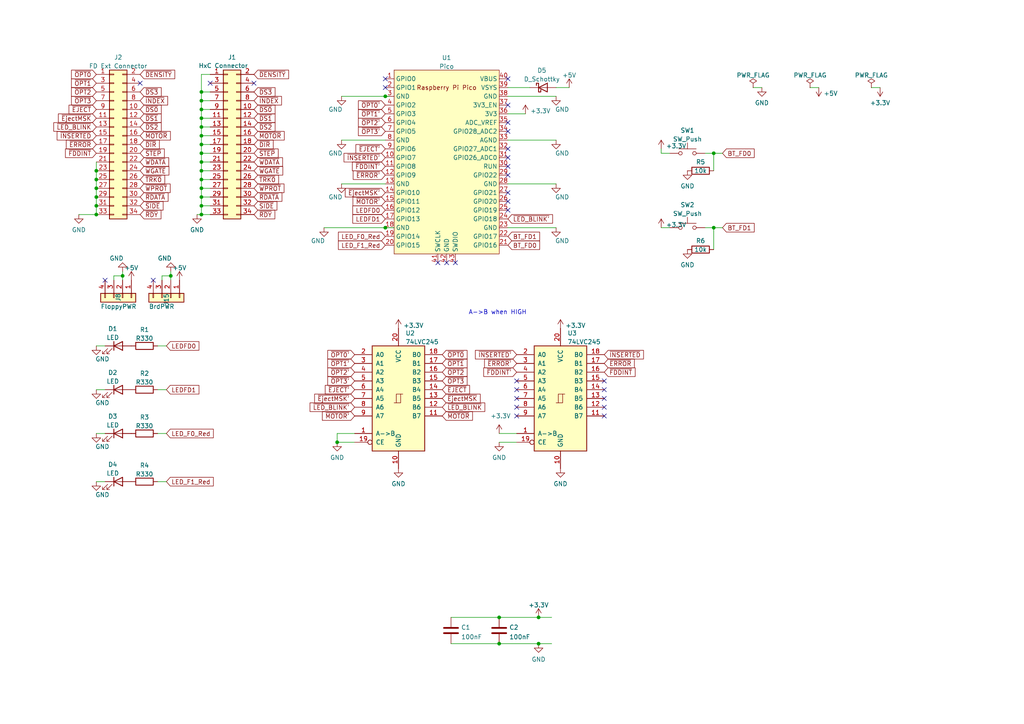
<source format=kicad_sch>
(kicad_sch (version 20211123) (generator eeschema)

  (uuid 0f251f4d-18c3-4e16-8078-b8eaa683a5b6)

  (paper "A4")

  (lib_symbols
    (symbol "74xx:74LS245" (pin_names (offset 1.016)) (in_bom yes) (on_board yes)
      (property "Reference" "U" (id 0) (at -7.62 16.51 0)
        (effects (font (size 1.27 1.27)))
      )
      (property "Value" "74LS245" (id 1) (at -7.62 -16.51 0)
        (effects (font (size 1.27 1.27)))
      )
      (property "Footprint" "" (id 2) (at 0 0 0)
        (effects (font (size 1.27 1.27)) hide)
      )
      (property "Datasheet" "http://www.ti.com/lit/gpn/sn74LS245" (id 3) (at 0 0 0)
        (effects (font (size 1.27 1.27)) hide)
      )
      (property "ki_locked" "" (id 4) (at 0 0 0)
        (effects (font (size 1.27 1.27)))
      )
      (property "ki_keywords" "TTL BUS 3State" (id 5) (at 0 0 0)
        (effects (font (size 1.27 1.27)) hide)
      )
      (property "ki_description" "Octal BUS Transceivers, 3-State outputs" (id 6) (at 0 0 0)
        (effects (font (size 1.27 1.27)) hide)
      )
      (property "ki_fp_filters" "DIP?20*" (id 7) (at 0 0 0)
        (effects (font (size 1.27 1.27)) hide)
      )
      (symbol "74LS245_1_0"
        (polyline
          (pts
            (xy -0.635 -1.27)
            (xy -0.635 1.27)
            (xy 0.635 1.27)
          )
          (stroke (width 0) (type default) (color 0 0 0 0))
          (fill (type none))
        )
        (polyline
          (pts
            (xy -1.27 -1.27)
            (xy 0.635 -1.27)
            (xy 0.635 1.27)
            (xy 1.27 1.27)
          )
          (stroke (width 0) (type default) (color 0 0 0 0))
          (fill (type none))
        )
        (pin input line (at -12.7 -10.16 0) (length 5.08)
          (name "A->B" (effects (font (size 1.27 1.27))))
          (number "1" (effects (font (size 1.27 1.27))))
        )
        (pin power_in line (at 0 -20.32 90) (length 5.08)
          (name "GND" (effects (font (size 1.27 1.27))))
          (number "10" (effects (font (size 1.27 1.27))))
        )
        (pin tri_state line (at 12.7 -5.08 180) (length 5.08)
          (name "B7" (effects (font (size 1.27 1.27))))
          (number "11" (effects (font (size 1.27 1.27))))
        )
        (pin tri_state line (at 12.7 -2.54 180) (length 5.08)
          (name "B6" (effects (font (size 1.27 1.27))))
          (number "12" (effects (font (size 1.27 1.27))))
        )
        (pin tri_state line (at 12.7 0 180) (length 5.08)
          (name "B5" (effects (font (size 1.27 1.27))))
          (number "13" (effects (font (size 1.27 1.27))))
        )
        (pin tri_state line (at 12.7 2.54 180) (length 5.08)
          (name "B4" (effects (font (size 1.27 1.27))))
          (number "14" (effects (font (size 1.27 1.27))))
        )
        (pin tri_state line (at 12.7 5.08 180) (length 5.08)
          (name "B3" (effects (font (size 1.27 1.27))))
          (number "15" (effects (font (size 1.27 1.27))))
        )
        (pin tri_state line (at 12.7 7.62 180) (length 5.08)
          (name "B2" (effects (font (size 1.27 1.27))))
          (number "16" (effects (font (size 1.27 1.27))))
        )
        (pin tri_state line (at 12.7 10.16 180) (length 5.08)
          (name "B1" (effects (font (size 1.27 1.27))))
          (number "17" (effects (font (size 1.27 1.27))))
        )
        (pin tri_state line (at 12.7 12.7 180) (length 5.08)
          (name "B0" (effects (font (size 1.27 1.27))))
          (number "18" (effects (font (size 1.27 1.27))))
        )
        (pin input inverted (at -12.7 -12.7 0) (length 5.08)
          (name "CE" (effects (font (size 1.27 1.27))))
          (number "19" (effects (font (size 1.27 1.27))))
        )
        (pin tri_state line (at -12.7 12.7 0) (length 5.08)
          (name "A0" (effects (font (size 1.27 1.27))))
          (number "2" (effects (font (size 1.27 1.27))))
        )
        (pin power_in line (at 0 20.32 270) (length 5.08)
          (name "VCC" (effects (font (size 1.27 1.27))))
          (number "20" (effects (font (size 1.27 1.27))))
        )
        (pin tri_state line (at -12.7 10.16 0) (length 5.08)
          (name "A1" (effects (font (size 1.27 1.27))))
          (number "3" (effects (font (size 1.27 1.27))))
        )
        (pin tri_state line (at -12.7 7.62 0) (length 5.08)
          (name "A2" (effects (font (size 1.27 1.27))))
          (number "4" (effects (font (size 1.27 1.27))))
        )
        (pin tri_state line (at -12.7 5.08 0) (length 5.08)
          (name "A3" (effects (font (size 1.27 1.27))))
          (number "5" (effects (font (size 1.27 1.27))))
        )
        (pin tri_state line (at -12.7 2.54 0) (length 5.08)
          (name "A4" (effects (font (size 1.27 1.27))))
          (number "6" (effects (font (size 1.27 1.27))))
        )
        (pin tri_state line (at -12.7 0 0) (length 5.08)
          (name "A5" (effects (font (size 1.27 1.27))))
          (number "7" (effects (font (size 1.27 1.27))))
        )
        (pin tri_state line (at -12.7 -2.54 0) (length 5.08)
          (name "A6" (effects (font (size 1.27 1.27))))
          (number "8" (effects (font (size 1.27 1.27))))
        )
        (pin tri_state line (at -12.7 -5.08 0) (length 5.08)
          (name "A7" (effects (font (size 1.27 1.27))))
          (number "9" (effects (font (size 1.27 1.27))))
        )
      )
      (symbol "74LS245_1_1"
        (rectangle (start -7.62 15.24) (end 7.62 -15.24)
          (stroke (width 0.254) (type default) (color 0 0 0 0))
          (fill (type background))
        )
      )
    )
    (symbol "Connector_Generic:Conn_01x04" (pin_names (offset 1.016) hide) (in_bom yes) (on_board yes)
      (property "Reference" "J" (id 0) (at 0 5.08 0)
        (effects (font (size 1.27 1.27)))
      )
      (property "Value" "Conn_01x04" (id 1) (at 0 -7.62 0)
        (effects (font (size 1.27 1.27)))
      )
      (property "Footprint" "" (id 2) (at 0 0 0)
        (effects (font (size 1.27 1.27)) hide)
      )
      (property "Datasheet" "~" (id 3) (at 0 0 0)
        (effects (font (size 1.27 1.27)) hide)
      )
      (property "ki_keywords" "connector" (id 4) (at 0 0 0)
        (effects (font (size 1.27 1.27)) hide)
      )
      (property "ki_description" "Generic connector, single row, 01x04, script generated (kicad-library-utils/schlib/autogen/connector/)" (id 5) (at 0 0 0)
        (effects (font (size 1.27 1.27)) hide)
      )
      (property "ki_fp_filters" "Connector*:*_1x??_*" (id 6) (at 0 0 0)
        (effects (font (size 1.27 1.27)) hide)
      )
      (symbol "Conn_01x04_1_1"
        (rectangle (start -1.27 -4.953) (end 0 -5.207)
          (stroke (width 0.1524) (type default) (color 0 0 0 0))
          (fill (type none))
        )
        (rectangle (start -1.27 -2.413) (end 0 -2.667)
          (stroke (width 0.1524) (type default) (color 0 0 0 0))
          (fill (type none))
        )
        (rectangle (start -1.27 0.127) (end 0 -0.127)
          (stroke (width 0.1524) (type default) (color 0 0 0 0))
          (fill (type none))
        )
        (rectangle (start -1.27 2.667) (end 0 2.413)
          (stroke (width 0.1524) (type default) (color 0 0 0 0))
          (fill (type none))
        )
        (rectangle (start -1.27 3.81) (end 1.27 -6.35)
          (stroke (width 0.254) (type default) (color 0 0 0 0))
          (fill (type background))
        )
        (pin passive line (at -5.08 2.54 0) (length 3.81)
          (name "Pin_1" (effects (font (size 1.27 1.27))))
          (number "1" (effects (font (size 1.27 1.27))))
        )
        (pin passive line (at -5.08 0 0) (length 3.81)
          (name "Pin_2" (effects (font (size 1.27 1.27))))
          (number "2" (effects (font (size 1.27 1.27))))
        )
        (pin passive line (at -5.08 -2.54 0) (length 3.81)
          (name "Pin_3" (effects (font (size 1.27 1.27))))
          (number "3" (effects (font (size 1.27 1.27))))
        )
        (pin passive line (at -5.08 -5.08 0) (length 3.81)
          (name "Pin_4" (effects (font (size 1.27 1.27))))
          (number "4" (effects (font (size 1.27 1.27))))
        )
      )
    )
    (symbol "Connector_Generic:Conn_02x17_Odd_Even" (pin_names (offset 1.016) hide) (in_bom yes) (on_board yes)
      (property "Reference" "J" (id 0) (at 1.27 22.86 0)
        (effects (font (size 1.27 1.27)))
      )
      (property "Value" "Conn_02x17_Odd_Even" (id 1) (at 1.27 -22.86 0)
        (effects (font (size 1.27 1.27)))
      )
      (property "Footprint" "" (id 2) (at 0 0 0)
        (effects (font (size 1.27 1.27)) hide)
      )
      (property "Datasheet" "~" (id 3) (at 0 0 0)
        (effects (font (size 1.27 1.27)) hide)
      )
      (property "ki_keywords" "connector" (id 4) (at 0 0 0)
        (effects (font (size 1.27 1.27)) hide)
      )
      (property "ki_description" "Generic connector, double row, 02x17, odd/even pin numbering scheme (row 1 odd numbers, row 2 even numbers), script generated (kicad-library-utils/schlib/autogen/connector/)" (id 5) (at 0 0 0)
        (effects (font (size 1.27 1.27)) hide)
      )
      (property "ki_fp_filters" "Connector*:*_2x??_*" (id 6) (at 0 0 0)
        (effects (font (size 1.27 1.27)) hide)
      )
      (symbol "Conn_02x17_Odd_Even_1_1"
        (rectangle (start -1.27 -20.193) (end 0 -20.447)
          (stroke (width 0.1524) (type default) (color 0 0 0 0))
          (fill (type none))
        )
        (rectangle (start -1.27 -17.653) (end 0 -17.907)
          (stroke (width 0.1524) (type default) (color 0 0 0 0))
          (fill (type none))
        )
        (rectangle (start -1.27 -15.113) (end 0 -15.367)
          (stroke (width 0.1524) (type default) (color 0 0 0 0))
          (fill (type none))
        )
        (rectangle (start -1.27 -12.573) (end 0 -12.827)
          (stroke (width 0.1524) (type default) (color 0 0 0 0))
          (fill (type none))
        )
        (rectangle (start -1.27 -10.033) (end 0 -10.287)
          (stroke (width 0.1524) (type default) (color 0 0 0 0))
          (fill (type none))
        )
        (rectangle (start -1.27 -7.493) (end 0 -7.747)
          (stroke (width 0.1524) (type default) (color 0 0 0 0))
          (fill (type none))
        )
        (rectangle (start -1.27 -4.953) (end 0 -5.207)
          (stroke (width 0.1524) (type default) (color 0 0 0 0))
          (fill (type none))
        )
        (rectangle (start -1.27 -2.413) (end 0 -2.667)
          (stroke (width 0.1524) (type default) (color 0 0 0 0))
          (fill (type none))
        )
        (rectangle (start -1.27 0.127) (end 0 -0.127)
          (stroke (width 0.1524) (type default) (color 0 0 0 0))
          (fill (type none))
        )
        (rectangle (start -1.27 2.667) (end 0 2.413)
          (stroke (width 0.1524) (type default) (color 0 0 0 0))
          (fill (type none))
        )
        (rectangle (start -1.27 5.207) (end 0 4.953)
          (stroke (width 0.1524) (type default) (color 0 0 0 0))
          (fill (type none))
        )
        (rectangle (start -1.27 7.747) (end 0 7.493)
          (stroke (width 0.1524) (type default) (color 0 0 0 0))
          (fill (type none))
        )
        (rectangle (start -1.27 10.287) (end 0 10.033)
          (stroke (width 0.1524) (type default) (color 0 0 0 0))
          (fill (type none))
        )
        (rectangle (start -1.27 12.827) (end 0 12.573)
          (stroke (width 0.1524) (type default) (color 0 0 0 0))
          (fill (type none))
        )
        (rectangle (start -1.27 15.367) (end 0 15.113)
          (stroke (width 0.1524) (type default) (color 0 0 0 0))
          (fill (type none))
        )
        (rectangle (start -1.27 17.907) (end 0 17.653)
          (stroke (width 0.1524) (type default) (color 0 0 0 0))
          (fill (type none))
        )
        (rectangle (start -1.27 20.447) (end 0 20.193)
          (stroke (width 0.1524) (type default) (color 0 0 0 0))
          (fill (type none))
        )
        (rectangle (start -1.27 21.59) (end 3.81 -21.59)
          (stroke (width 0.254) (type default) (color 0 0 0 0))
          (fill (type background))
        )
        (rectangle (start 3.81 -20.193) (end 2.54 -20.447)
          (stroke (width 0.1524) (type default) (color 0 0 0 0))
          (fill (type none))
        )
        (rectangle (start 3.81 -17.653) (end 2.54 -17.907)
          (stroke (width 0.1524) (type default) (color 0 0 0 0))
          (fill (type none))
        )
        (rectangle (start 3.81 -15.113) (end 2.54 -15.367)
          (stroke (width 0.1524) (type default) (color 0 0 0 0))
          (fill (type none))
        )
        (rectangle (start 3.81 -12.573) (end 2.54 -12.827)
          (stroke (width 0.1524) (type default) (color 0 0 0 0))
          (fill (type none))
        )
        (rectangle (start 3.81 -10.033) (end 2.54 -10.287)
          (stroke (width 0.1524) (type default) (color 0 0 0 0))
          (fill (type none))
        )
        (rectangle (start 3.81 -7.493) (end 2.54 -7.747)
          (stroke (width 0.1524) (type default) (color 0 0 0 0))
          (fill (type none))
        )
        (rectangle (start 3.81 -4.953) (end 2.54 -5.207)
          (stroke (width 0.1524) (type default) (color 0 0 0 0))
          (fill (type none))
        )
        (rectangle (start 3.81 -2.413) (end 2.54 -2.667)
          (stroke (width 0.1524) (type default) (color 0 0 0 0))
          (fill (type none))
        )
        (rectangle (start 3.81 0.127) (end 2.54 -0.127)
          (stroke (width 0.1524) (type default) (color 0 0 0 0))
          (fill (type none))
        )
        (rectangle (start 3.81 2.667) (end 2.54 2.413)
          (stroke (width 0.1524) (type default) (color 0 0 0 0))
          (fill (type none))
        )
        (rectangle (start 3.81 5.207) (end 2.54 4.953)
          (stroke (width 0.1524) (type default) (color 0 0 0 0))
          (fill (type none))
        )
        (rectangle (start 3.81 7.747) (end 2.54 7.493)
          (stroke (width 0.1524) (type default) (color 0 0 0 0))
          (fill (type none))
        )
        (rectangle (start 3.81 10.287) (end 2.54 10.033)
          (stroke (width 0.1524) (type default) (color 0 0 0 0))
          (fill (type none))
        )
        (rectangle (start 3.81 12.827) (end 2.54 12.573)
          (stroke (width 0.1524) (type default) (color 0 0 0 0))
          (fill (type none))
        )
        (rectangle (start 3.81 15.367) (end 2.54 15.113)
          (stroke (width 0.1524) (type default) (color 0 0 0 0))
          (fill (type none))
        )
        (rectangle (start 3.81 17.907) (end 2.54 17.653)
          (stroke (width 0.1524) (type default) (color 0 0 0 0))
          (fill (type none))
        )
        (rectangle (start 3.81 20.447) (end 2.54 20.193)
          (stroke (width 0.1524) (type default) (color 0 0 0 0))
          (fill (type none))
        )
        (pin passive line (at -5.08 20.32 0) (length 3.81)
          (name "Pin_1" (effects (font (size 1.27 1.27))))
          (number "1" (effects (font (size 1.27 1.27))))
        )
        (pin passive line (at 7.62 10.16 180) (length 3.81)
          (name "Pin_10" (effects (font (size 1.27 1.27))))
          (number "10" (effects (font (size 1.27 1.27))))
        )
        (pin passive line (at -5.08 7.62 0) (length 3.81)
          (name "Pin_11" (effects (font (size 1.27 1.27))))
          (number "11" (effects (font (size 1.27 1.27))))
        )
        (pin passive line (at 7.62 7.62 180) (length 3.81)
          (name "Pin_12" (effects (font (size 1.27 1.27))))
          (number "12" (effects (font (size 1.27 1.27))))
        )
        (pin passive line (at -5.08 5.08 0) (length 3.81)
          (name "Pin_13" (effects (font (size 1.27 1.27))))
          (number "13" (effects (font (size 1.27 1.27))))
        )
        (pin passive line (at 7.62 5.08 180) (length 3.81)
          (name "Pin_14" (effects (font (size 1.27 1.27))))
          (number "14" (effects (font (size 1.27 1.27))))
        )
        (pin passive line (at -5.08 2.54 0) (length 3.81)
          (name "Pin_15" (effects (font (size 1.27 1.27))))
          (number "15" (effects (font (size 1.27 1.27))))
        )
        (pin passive line (at 7.62 2.54 180) (length 3.81)
          (name "Pin_16" (effects (font (size 1.27 1.27))))
          (number "16" (effects (font (size 1.27 1.27))))
        )
        (pin passive line (at -5.08 0 0) (length 3.81)
          (name "Pin_17" (effects (font (size 1.27 1.27))))
          (number "17" (effects (font (size 1.27 1.27))))
        )
        (pin passive line (at 7.62 0 180) (length 3.81)
          (name "Pin_18" (effects (font (size 1.27 1.27))))
          (number "18" (effects (font (size 1.27 1.27))))
        )
        (pin passive line (at -5.08 -2.54 0) (length 3.81)
          (name "Pin_19" (effects (font (size 1.27 1.27))))
          (number "19" (effects (font (size 1.27 1.27))))
        )
        (pin passive line (at 7.62 20.32 180) (length 3.81)
          (name "Pin_2" (effects (font (size 1.27 1.27))))
          (number "2" (effects (font (size 1.27 1.27))))
        )
        (pin passive line (at 7.62 -2.54 180) (length 3.81)
          (name "Pin_20" (effects (font (size 1.27 1.27))))
          (number "20" (effects (font (size 1.27 1.27))))
        )
        (pin passive line (at -5.08 -5.08 0) (length 3.81)
          (name "Pin_21" (effects (font (size 1.27 1.27))))
          (number "21" (effects (font (size 1.27 1.27))))
        )
        (pin passive line (at 7.62 -5.08 180) (length 3.81)
          (name "Pin_22" (effects (font (size 1.27 1.27))))
          (number "22" (effects (font (size 1.27 1.27))))
        )
        (pin passive line (at -5.08 -7.62 0) (length 3.81)
          (name "Pin_23" (effects (font (size 1.27 1.27))))
          (number "23" (effects (font (size 1.27 1.27))))
        )
        (pin passive line (at 7.62 -7.62 180) (length 3.81)
          (name "Pin_24" (effects (font (size 1.27 1.27))))
          (number "24" (effects (font (size 1.27 1.27))))
        )
        (pin passive line (at -5.08 -10.16 0) (length 3.81)
          (name "Pin_25" (effects (font (size 1.27 1.27))))
          (number "25" (effects (font (size 1.27 1.27))))
        )
        (pin passive line (at 7.62 -10.16 180) (length 3.81)
          (name "Pin_26" (effects (font (size 1.27 1.27))))
          (number "26" (effects (font (size 1.27 1.27))))
        )
        (pin passive line (at -5.08 -12.7 0) (length 3.81)
          (name "Pin_27" (effects (font (size 1.27 1.27))))
          (number "27" (effects (font (size 1.27 1.27))))
        )
        (pin passive line (at 7.62 -12.7 180) (length 3.81)
          (name "Pin_28" (effects (font (size 1.27 1.27))))
          (number "28" (effects (font (size 1.27 1.27))))
        )
        (pin passive line (at -5.08 -15.24 0) (length 3.81)
          (name "Pin_29" (effects (font (size 1.27 1.27))))
          (number "29" (effects (font (size 1.27 1.27))))
        )
        (pin passive line (at -5.08 17.78 0) (length 3.81)
          (name "Pin_3" (effects (font (size 1.27 1.27))))
          (number "3" (effects (font (size 1.27 1.27))))
        )
        (pin passive line (at 7.62 -15.24 180) (length 3.81)
          (name "Pin_30" (effects (font (size 1.27 1.27))))
          (number "30" (effects (font (size 1.27 1.27))))
        )
        (pin passive line (at -5.08 -17.78 0) (length 3.81)
          (name "Pin_31" (effects (font (size 1.27 1.27))))
          (number "31" (effects (font (size 1.27 1.27))))
        )
        (pin passive line (at 7.62 -17.78 180) (length 3.81)
          (name "Pin_32" (effects (font (size 1.27 1.27))))
          (number "32" (effects (font (size 1.27 1.27))))
        )
        (pin passive line (at -5.08 -20.32 0) (length 3.81)
          (name "Pin_33" (effects (font (size 1.27 1.27))))
          (number "33" (effects (font (size 1.27 1.27))))
        )
        (pin passive line (at 7.62 -20.32 180) (length 3.81)
          (name "Pin_34" (effects (font (size 1.27 1.27))))
          (number "34" (effects (font (size 1.27 1.27))))
        )
        (pin passive line (at 7.62 17.78 180) (length 3.81)
          (name "Pin_4" (effects (font (size 1.27 1.27))))
          (number "4" (effects (font (size 1.27 1.27))))
        )
        (pin passive line (at -5.08 15.24 0) (length 3.81)
          (name "Pin_5" (effects (font (size 1.27 1.27))))
          (number "5" (effects (font (size 1.27 1.27))))
        )
        (pin passive line (at 7.62 15.24 180) (length 3.81)
          (name "Pin_6" (effects (font (size 1.27 1.27))))
          (number "6" (effects (font (size 1.27 1.27))))
        )
        (pin passive line (at -5.08 12.7 0) (length 3.81)
          (name "Pin_7" (effects (font (size 1.27 1.27))))
          (number "7" (effects (font (size 1.27 1.27))))
        )
        (pin passive line (at 7.62 12.7 180) (length 3.81)
          (name "Pin_8" (effects (font (size 1.27 1.27))))
          (number "8" (effects (font (size 1.27 1.27))))
        )
        (pin passive line (at -5.08 10.16 0) (length 3.81)
          (name "Pin_9" (effects (font (size 1.27 1.27))))
          (number "9" (effects (font (size 1.27 1.27))))
        )
      )
    )
    (symbol "Device:C" (pin_numbers hide) (pin_names (offset 0.254)) (in_bom yes) (on_board yes)
      (property "Reference" "C" (id 0) (at 0.635 2.54 0)
        (effects (font (size 1.27 1.27)) (justify left))
      )
      (property "Value" "C" (id 1) (at 0.635 -2.54 0)
        (effects (font (size 1.27 1.27)) (justify left))
      )
      (property "Footprint" "" (id 2) (at 0.9652 -3.81 0)
        (effects (font (size 1.27 1.27)) hide)
      )
      (property "Datasheet" "~" (id 3) (at 0 0 0)
        (effects (font (size 1.27 1.27)) hide)
      )
      (property "ki_keywords" "cap capacitor" (id 4) (at 0 0 0)
        (effects (font (size 1.27 1.27)) hide)
      )
      (property "ki_description" "Unpolarized capacitor" (id 5) (at 0 0 0)
        (effects (font (size 1.27 1.27)) hide)
      )
      (property "ki_fp_filters" "C_*" (id 6) (at 0 0 0)
        (effects (font (size 1.27 1.27)) hide)
      )
      (symbol "C_0_1"
        (polyline
          (pts
            (xy -2.032 -0.762)
            (xy 2.032 -0.762)
          )
          (stroke (width 0.508) (type default) (color 0 0 0 0))
          (fill (type none))
        )
        (polyline
          (pts
            (xy -2.032 0.762)
            (xy 2.032 0.762)
          )
          (stroke (width 0.508) (type default) (color 0 0 0 0))
          (fill (type none))
        )
      )
      (symbol "C_1_1"
        (pin passive line (at 0 3.81 270) (length 2.794)
          (name "~" (effects (font (size 1.27 1.27))))
          (number "1" (effects (font (size 1.27 1.27))))
        )
        (pin passive line (at 0 -3.81 90) (length 2.794)
          (name "~" (effects (font (size 1.27 1.27))))
          (number "2" (effects (font (size 1.27 1.27))))
        )
      )
    )
    (symbol "Device:D_Schottky" (pin_numbers hide) (pin_names (offset 1.016) hide) (in_bom yes) (on_board yes)
      (property "Reference" "D" (id 0) (at 0 2.54 0)
        (effects (font (size 1.27 1.27)))
      )
      (property "Value" "D_Schottky" (id 1) (at 0 -2.54 0)
        (effects (font (size 1.27 1.27)))
      )
      (property "Footprint" "" (id 2) (at 0 0 0)
        (effects (font (size 1.27 1.27)) hide)
      )
      (property "Datasheet" "~" (id 3) (at 0 0 0)
        (effects (font (size 1.27 1.27)) hide)
      )
      (property "ki_keywords" "diode Schottky" (id 4) (at 0 0 0)
        (effects (font (size 1.27 1.27)) hide)
      )
      (property "ki_description" "Schottky diode" (id 5) (at 0 0 0)
        (effects (font (size 1.27 1.27)) hide)
      )
      (property "ki_fp_filters" "TO-???* *_Diode_* *SingleDiode* D_*" (id 6) (at 0 0 0)
        (effects (font (size 1.27 1.27)) hide)
      )
      (symbol "D_Schottky_0_1"
        (polyline
          (pts
            (xy 1.27 0)
            (xy -1.27 0)
          )
          (stroke (width 0) (type default) (color 0 0 0 0))
          (fill (type none))
        )
        (polyline
          (pts
            (xy 1.27 1.27)
            (xy 1.27 -1.27)
            (xy -1.27 0)
            (xy 1.27 1.27)
          )
          (stroke (width 0.254) (type default) (color 0 0 0 0))
          (fill (type none))
        )
        (polyline
          (pts
            (xy -1.905 0.635)
            (xy -1.905 1.27)
            (xy -1.27 1.27)
            (xy -1.27 -1.27)
            (xy -0.635 -1.27)
            (xy -0.635 -0.635)
          )
          (stroke (width 0.254) (type default) (color 0 0 0 0))
          (fill (type none))
        )
      )
      (symbol "D_Schottky_1_1"
        (pin passive line (at -3.81 0 0) (length 2.54)
          (name "K" (effects (font (size 1.27 1.27))))
          (number "1" (effects (font (size 1.27 1.27))))
        )
        (pin passive line (at 3.81 0 180) (length 2.54)
          (name "A" (effects (font (size 1.27 1.27))))
          (number "2" (effects (font (size 1.27 1.27))))
        )
      )
    )
    (symbol "Device:LED" (pin_numbers hide) (pin_names (offset 1.016) hide) (in_bom yes) (on_board yes)
      (property "Reference" "D" (id 0) (at 0 2.54 0)
        (effects (font (size 1.27 1.27)))
      )
      (property "Value" "LED" (id 1) (at 0 -2.54 0)
        (effects (font (size 1.27 1.27)))
      )
      (property "Footprint" "" (id 2) (at 0 0 0)
        (effects (font (size 1.27 1.27)) hide)
      )
      (property "Datasheet" "~" (id 3) (at 0 0 0)
        (effects (font (size 1.27 1.27)) hide)
      )
      (property "ki_keywords" "LED diode" (id 4) (at 0 0 0)
        (effects (font (size 1.27 1.27)) hide)
      )
      (property "ki_description" "Light emitting diode" (id 5) (at 0 0 0)
        (effects (font (size 1.27 1.27)) hide)
      )
      (property "ki_fp_filters" "LED* LED_SMD:* LED_THT:*" (id 6) (at 0 0 0)
        (effects (font (size 1.27 1.27)) hide)
      )
      (symbol "LED_0_1"
        (polyline
          (pts
            (xy -1.27 -1.27)
            (xy -1.27 1.27)
          )
          (stroke (width 0.254) (type default) (color 0 0 0 0))
          (fill (type none))
        )
        (polyline
          (pts
            (xy -1.27 0)
            (xy 1.27 0)
          )
          (stroke (width 0) (type default) (color 0 0 0 0))
          (fill (type none))
        )
        (polyline
          (pts
            (xy 1.27 -1.27)
            (xy 1.27 1.27)
            (xy -1.27 0)
            (xy 1.27 -1.27)
          )
          (stroke (width 0.254) (type default) (color 0 0 0 0))
          (fill (type none))
        )
        (polyline
          (pts
            (xy -3.048 -0.762)
            (xy -4.572 -2.286)
            (xy -3.81 -2.286)
            (xy -4.572 -2.286)
            (xy -4.572 -1.524)
          )
          (stroke (width 0) (type default) (color 0 0 0 0))
          (fill (type none))
        )
        (polyline
          (pts
            (xy -1.778 -0.762)
            (xy -3.302 -2.286)
            (xy -2.54 -2.286)
            (xy -3.302 -2.286)
            (xy -3.302 -1.524)
          )
          (stroke (width 0) (type default) (color 0 0 0 0))
          (fill (type none))
        )
      )
      (symbol "LED_1_1"
        (pin passive line (at -3.81 0 0) (length 2.54)
          (name "K" (effects (font (size 1.27 1.27))))
          (number "1" (effects (font (size 1.27 1.27))))
        )
        (pin passive line (at 3.81 0 180) (length 2.54)
          (name "A" (effects (font (size 1.27 1.27))))
          (number "2" (effects (font (size 1.27 1.27))))
        )
      )
    )
    (symbol "Device:R" (pin_numbers hide) (pin_names (offset 0)) (in_bom yes) (on_board yes)
      (property "Reference" "R" (id 0) (at 2.032 0 90)
        (effects (font (size 1.27 1.27)))
      )
      (property "Value" "R" (id 1) (at 0 0 90)
        (effects (font (size 1.27 1.27)))
      )
      (property "Footprint" "" (id 2) (at -1.778 0 90)
        (effects (font (size 1.27 1.27)) hide)
      )
      (property "Datasheet" "~" (id 3) (at 0 0 0)
        (effects (font (size 1.27 1.27)) hide)
      )
      (property "ki_keywords" "R res resistor" (id 4) (at 0 0 0)
        (effects (font (size 1.27 1.27)) hide)
      )
      (property "ki_description" "Resistor" (id 5) (at 0 0 0)
        (effects (font (size 1.27 1.27)) hide)
      )
      (property "ki_fp_filters" "R_*" (id 6) (at 0 0 0)
        (effects (font (size 1.27 1.27)) hide)
      )
      (symbol "R_0_1"
        (rectangle (start -1.016 -2.54) (end 1.016 2.54)
          (stroke (width 0.254) (type default) (color 0 0 0 0))
          (fill (type none))
        )
      )
      (symbol "R_1_1"
        (pin passive line (at 0 3.81 270) (length 1.27)
          (name "~" (effects (font (size 1.27 1.27))))
          (number "1" (effects (font (size 1.27 1.27))))
        )
        (pin passive line (at 0 -3.81 90) (length 1.27)
          (name "~" (effects (font (size 1.27 1.27))))
          (number "2" (effects (font (size 1.27 1.27))))
        )
      )
    )
    (symbol "MCU_RaspberryPi_and_Boards:Pico" (in_bom yes) (on_board yes)
      (property "Reference" "U" (id 0) (at -13.97 27.94 0)
        (effects (font (size 1.27 1.27)))
      )
      (property "Value" "Pico" (id 1) (at 0 19.05 0)
        (effects (font (size 1.27 1.27)))
      )
      (property "Footprint" "RPi_Pico:RPi_Pico_SMD_TH" (id 2) (at 0 0 90)
        (effects (font (size 1.27 1.27)) hide)
      )
      (property "Datasheet" "" (id 3) (at 0 0 0)
        (effects (font (size 1.27 1.27)) hide)
      )
      (symbol "Pico_0_0"
        (text "Raspberry Pi Pico" (at 0 21.59 0)
          (effects (font (size 1.27 1.27)))
        )
      )
      (symbol "Pico_0_1"
        (rectangle (start -15.24 26.67) (end 15.24 -26.67)
          (stroke (width 0) (type default) (color 0 0 0 0))
          (fill (type background))
        )
      )
      (symbol "Pico_1_1"
        (pin bidirectional line (at -17.78 24.13 0) (length 2.54)
          (name "GPIO0" (effects (font (size 1.27 1.27))))
          (number "1" (effects (font (size 1.27 1.27))))
        )
        (pin bidirectional line (at -17.78 1.27 0) (length 2.54)
          (name "GPIO7" (effects (font (size 1.27 1.27))))
          (number "10" (effects (font (size 1.27 1.27))))
        )
        (pin bidirectional line (at -17.78 -1.27 0) (length 2.54)
          (name "GPIO8" (effects (font (size 1.27 1.27))))
          (number "11" (effects (font (size 1.27 1.27))))
        )
        (pin bidirectional line (at -17.78 -3.81 0) (length 2.54)
          (name "GPIO9" (effects (font (size 1.27 1.27))))
          (number "12" (effects (font (size 1.27 1.27))))
        )
        (pin power_in line (at -17.78 -6.35 0) (length 2.54)
          (name "GND" (effects (font (size 1.27 1.27))))
          (number "13" (effects (font (size 1.27 1.27))))
        )
        (pin bidirectional line (at -17.78 -8.89 0) (length 2.54)
          (name "GPIO10" (effects (font (size 1.27 1.27))))
          (number "14" (effects (font (size 1.27 1.27))))
        )
        (pin bidirectional line (at -17.78 -11.43 0) (length 2.54)
          (name "GPIO11" (effects (font (size 1.27 1.27))))
          (number "15" (effects (font (size 1.27 1.27))))
        )
        (pin bidirectional line (at -17.78 -13.97 0) (length 2.54)
          (name "GPIO12" (effects (font (size 1.27 1.27))))
          (number "16" (effects (font (size 1.27 1.27))))
        )
        (pin bidirectional line (at -17.78 -16.51 0) (length 2.54)
          (name "GPIO13" (effects (font (size 1.27 1.27))))
          (number "17" (effects (font (size 1.27 1.27))))
        )
        (pin power_in line (at -17.78 -19.05 0) (length 2.54)
          (name "GND" (effects (font (size 1.27 1.27))))
          (number "18" (effects (font (size 1.27 1.27))))
        )
        (pin bidirectional line (at -17.78 -21.59 0) (length 2.54)
          (name "GPIO14" (effects (font (size 1.27 1.27))))
          (number "19" (effects (font (size 1.27 1.27))))
        )
        (pin bidirectional line (at -17.78 21.59 0) (length 2.54)
          (name "GPIO1" (effects (font (size 1.27 1.27))))
          (number "2" (effects (font (size 1.27 1.27))))
        )
        (pin bidirectional line (at -17.78 -24.13 0) (length 2.54)
          (name "GPIO15" (effects (font (size 1.27 1.27))))
          (number "20" (effects (font (size 1.27 1.27))))
        )
        (pin bidirectional line (at 17.78 -24.13 180) (length 2.54)
          (name "GPIO16" (effects (font (size 1.27 1.27))))
          (number "21" (effects (font (size 1.27 1.27))))
        )
        (pin bidirectional line (at 17.78 -21.59 180) (length 2.54)
          (name "GPIO17" (effects (font (size 1.27 1.27))))
          (number "22" (effects (font (size 1.27 1.27))))
        )
        (pin power_in line (at 17.78 -19.05 180) (length 2.54)
          (name "GND" (effects (font (size 1.27 1.27))))
          (number "23" (effects (font (size 1.27 1.27))))
        )
        (pin bidirectional line (at 17.78 -16.51 180) (length 2.54)
          (name "GPIO18" (effects (font (size 1.27 1.27))))
          (number "24" (effects (font (size 1.27 1.27))))
        )
        (pin bidirectional line (at 17.78 -13.97 180) (length 2.54)
          (name "GPIO19" (effects (font (size 1.27 1.27))))
          (number "25" (effects (font (size 1.27 1.27))))
        )
        (pin bidirectional line (at 17.78 -11.43 180) (length 2.54)
          (name "GPIO20" (effects (font (size 1.27 1.27))))
          (number "26" (effects (font (size 1.27 1.27))))
        )
        (pin bidirectional line (at 17.78 -8.89 180) (length 2.54)
          (name "GPIO21" (effects (font (size 1.27 1.27))))
          (number "27" (effects (font (size 1.27 1.27))))
        )
        (pin power_in line (at 17.78 -6.35 180) (length 2.54)
          (name "GND" (effects (font (size 1.27 1.27))))
          (number "28" (effects (font (size 1.27 1.27))))
        )
        (pin bidirectional line (at 17.78 -3.81 180) (length 2.54)
          (name "GPIO22" (effects (font (size 1.27 1.27))))
          (number "29" (effects (font (size 1.27 1.27))))
        )
        (pin power_in line (at -17.78 19.05 0) (length 2.54)
          (name "GND" (effects (font (size 1.27 1.27))))
          (number "3" (effects (font (size 1.27 1.27))))
        )
        (pin input line (at 17.78 -1.27 180) (length 2.54)
          (name "RUN" (effects (font (size 1.27 1.27))))
          (number "30" (effects (font (size 1.27 1.27))))
        )
        (pin bidirectional line (at 17.78 1.27 180) (length 2.54)
          (name "GPIO26_ADC0" (effects (font (size 1.27 1.27))))
          (number "31" (effects (font (size 1.27 1.27))))
        )
        (pin bidirectional line (at 17.78 3.81 180) (length 2.54)
          (name "GPIO27_ADC1" (effects (font (size 1.27 1.27))))
          (number "32" (effects (font (size 1.27 1.27))))
        )
        (pin power_in line (at 17.78 6.35 180) (length 2.54)
          (name "AGND" (effects (font (size 1.27 1.27))))
          (number "33" (effects (font (size 1.27 1.27))))
        )
        (pin bidirectional line (at 17.78 8.89 180) (length 2.54)
          (name "GPIO28_ADC2" (effects (font (size 1.27 1.27))))
          (number "34" (effects (font (size 1.27 1.27))))
        )
        (pin power_in line (at 17.78 11.43 180) (length 2.54)
          (name "ADC_VREF" (effects (font (size 1.27 1.27))))
          (number "35" (effects (font (size 1.27 1.27))))
        )
        (pin power_in line (at 17.78 13.97 180) (length 2.54)
          (name "3V3" (effects (font (size 1.27 1.27))))
          (number "36" (effects (font (size 1.27 1.27))))
        )
        (pin input line (at 17.78 16.51 180) (length 2.54)
          (name "3V3_EN" (effects (font (size 1.27 1.27))))
          (number "37" (effects (font (size 1.27 1.27))))
        )
        (pin bidirectional line (at 17.78 19.05 180) (length 2.54)
          (name "GND" (effects (font (size 1.27 1.27))))
          (number "38" (effects (font (size 1.27 1.27))))
        )
        (pin power_in line (at 17.78 21.59 180) (length 2.54)
          (name "VSYS" (effects (font (size 1.27 1.27))))
          (number "39" (effects (font (size 1.27 1.27))))
        )
        (pin bidirectional line (at -17.78 16.51 0) (length 2.54)
          (name "GPIO2" (effects (font (size 1.27 1.27))))
          (number "4" (effects (font (size 1.27 1.27))))
        )
        (pin power_in line (at 17.78 24.13 180) (length 2.54)
          (name "VBUS" (effects (font (size 1.27 1.27))))
          (number "40" (effects (font (size 1.27 1.27))))
        )
        (pin input line (at -2.54 -29.21 90) (length 2.54)
          (name "SWCLK" (effects (font (size 1.27 1.27))))
          (number "41" (effects (font (size 1.27 1.27))))
        )
        (pin power_in line (at 0 -29.21 90) (length 2.54)
          (name "GND" (effects (font (size 1.27 1.27))))
          (number "42" (effects (font (size 1.27 1.27))))
        )
        (pin bidirectional line (at 2.54 -29.21 90) (length 2.54)
          (name "SWDIO" (effects (font (size 1.27 1.27))))
          (number "43" (effects (font (size 1.27 1.27))))
        )
        (pin bidirectional line (at -17.78 13.97 0) (length 2.54)
          (name "GPIO3" (effects (font (size 1.27 1.27))))
          (number "5" (effects (font (size 1.27 1.27))))
        )
        (pin bidirectional line (at -17.78 11.43 0) (length 2.54)
          (name "GPIO4" (effects (font (size 1.27 1.27))))
          (number "6" (effects (font (size 1.27 1.27))))
        )
        (pin bidirectional line (at -17.78 8.89 0) (length 2.54)
          (name "GPIO5" (effects (font (size 1.27 1.27))))
          (number "7" (effects (font (size 1.27 1.27))))
        )
        (pin power_in line (at -17.78 6.35 0) (length 2.54)
          (name "GND" (effects (font (size 1.27 1.27))))
          (number "8" (effects (font (size 1.27 1.27))))
        )
        (pin bidirectional line (at -17.78 3.81 0) (length 2.54)
          (name "GPIO6" (effects (font (size 1.27 1.27))))
          (number "9" (effects (font (size 1.27 1.27))))
        )
      )
    )
    (symbol "Switch:SW_Push" (pin_numbers hide) (pin_names (offset 1.016) hide) (in_bom yes) (on_board yes)
      (property "Reference" "SW" (id 0) (at 1.27 2.54 0)
        (effects (font (size 1.27 1.27)) (justify left))
      )
      (property "Value" "SW_Push" (id 1) (at 0 -1.524 0)
        (effects (font (size 1.27 1.27)))
      )
      (property "Footprint" "" (id 2) (at 0 5.08 0)
        (effects (font (size 1.27 1.27)) hide)
      )
      (property "Datasheet" "~" (id 3) (at 0 5.08 0)
        (effects (font (size 1.27 1.27)) hide)
      )
      (property "ki_keywords" "switch normally-open pushbutton push-button" (id 4) (at 0 0 0)
        (effects (font (size 1.27 1.27)) hide)
      )
      (property "ki_description" "Push button switch, generic, two pins" (id 5) (at 0 0 0)
        (effects (font (size 1.27 1.27)) hide)
      )
      (symbol "SW_Push_0_1"
        (circle (center -2.032 0) (radius 0.508)
          (stroke (width 0) (type default) (color 0 0 0 0))
          (fill (type none))
        )
        (polyline
          (pts
            (xy 0 1.27)
            (xy 0 3.048)
          )
          (stroke (width 0) (type default) (color 0 0 0 0))
          (fill (type none))
        )
        (polyline
          (pts
            (xy 2.54 1.27)
            (xy -2.54 1.27)
          )
          (stroke (width 0) (type default) (color 0 0 0 0))
          (fill (type none))
        )
        (circle (center 2.032 0) (radius 0.508)
          (stroke (width 0) (type default) (color 0 0 0 0))
          (fill (type none))
        )
        (pin passive line (at -5.08 0 0) (length 2.54)
          (name "1" (effects (font (size 1.27 1.27))))
          (number "1" (effects (font (size 1.27 1.27))))
        )
        (pin passive line (at 5.08 0 180) (length 2.54)
          (name "2" (effects (font (size 1.27 1.27))))
          (number "2" (effects (font (size 1.27 1.27))))
        )
      )
    )
    (symbol "power:+3.3V" (power) (pin_names (offset 0)) (in_bom yes) (on_board yes)
      (property "Reference" "#PWR" (id 0) (at 0 -3.81 0)
        (effects (font (size 1.27 1.27)) hide)
      )
      (property "Value" "+3.3V" (id 1) (at 0 3.556 0)
        (effects (font (size 1.27 1.27)))
      )
      (property "Footprint" "" (id 2) (at 0 0 0)
        (effects (font (size 1.27 1.27)) hide)
      )
      (property "Datasheet" "" (id 3) (at 0 0 0)
        (effects (font (size 1.27 1.27)) hide)
      )
      (property "ki_keywords" "power-flag" (id 4) (at 0 0 0)
        (effects (font (size 1.27 1.27)) hide)
      )
      (property "ki_description" "Power symbol creates a global label with name \"+3.3V\"" (id 5) (at 0 0 0)
        (effects (font (size 1.27 1.27)) hide)
      )
      (symbol "+3.3V_0_1"
        (polyline
          (pts
            (xy -0.762 1.27)
            (xy 0 2.54)
          )
          (stroke (width 0) (type default) (color 0 0 0 0))
          (fill (type none))
        )
        (polyline
          (pts
            (xy 0 0)
            (xy 0 2.54)
          )
          (stroke (width 0) (type default) (color 0 0 0 0))
          (fill (type none))
        )
        (polyline
          (pts
            (xy 0 2.54)
            (xy 0.762 1.27)
          )
          (stroke (width 0) (type default) (color 0 0 0 0))
          (fill (type none))
        )
      )
      (symbol "+3.3V_1_1"
        (pin power_in line (at 0 0 90) (length 0) hide
          (name "+3.3V" (effects (font (size 1.27 1.27))))
          (number "1" (effects (font (size 1.27 1.27))))
        )
      )
    )
    (symbol "power:+5V" (power) (pin_names (offset 0)) (in_bom yes) (on_board yes)
      (property "Reference" "#PWR" (id 0) (at 0 -3.81 0)
        (effects (font (size 1.27 1.27)) hide)
      )
      (property "Value" "+5V" (id 1) (at 0 3.556 0)
        (effects (font (size 1.27 1.27)))
      )
      (property "Footprint" "" (id 2) (at 0 0 0)
        (effects (font (size 1.27 1.27)) hide)
      )
      (property "Datasheet" "" (id 3) (at 0 0 0)
        (effects (font (size 1.27 1.27)) hide)
      )
      (property "ki_keywords" "power-flag" (id 4) (at 0 0 0)
        (effects (font (size 1.27 1.27)) hide)
      )
      (property "ki_description" "Power symbol creates a global label with name \"+5V\"" (id 5) (at 0 0 0)
        (effects (font (size 1.27 1.27)) hide)
      )
      (symbol "+5V_0_1"
        (polyline
          (pts
            (xy -0.762 1.27)
            (xy 0 2.54)
          )
          (stroke (width 0) (type default) (color 0 0 0 0))
          (fill (type none))
        )
        (polyline
          (pts
            (xy 0 0)
            (xy 0 2.54)
          )
          (stroke (width 0) (type default) (color 0 0 0 0))
          (fill (type none))
        )
        (polyline
          (pts
            (xy 0 2.54)
            (xy 0.762 1.27)
          )
          (stroke (width 0) (type default) (color 0 0 0 0))
          (fill (type none))
        )
      )
      (symbol "+5V_1_1"
        (pin power_in line (at 0 0 90) (length 0) hide
          (name "+5V" (effects (font (size 1.27 1.27))))
          (number "1" (effects (font (size 1.27 1.27))))
        )
      )
    )
    (symbol "power:GND" (power) (pin_names (offset 0)) (in_bom yes) (on_board yes)
      (property "Reference" "#PWR" (id 0) (at 0 -6.35 0)
        (effects (font (size 1.27 1.27)) hide)
      )
      (property "Value" "GND" (id 1) (at 0 -3.81 0)
        (effects (font (size 1.27 1.27)))
      )
      (property "Footprint" "" (id 2) (at 0 0 0)
        (effects (font (size 1.27 1.27)) hide)
      )
      (property "Datasheet" "" (id 3) (at 0 0 0)
        (effects (font (size 1.27 1.27)) hide)
      )
      (property "ki_keywords" "power-flag" (id 4) (at 0 0 0)
        (effects (font (size 1.27 1.27)) hide)
      )
      (property "ki_description" "Power symbol creates a global label with name \"GND\" , ground" (id 5) (at 0 0 0)
        (effects (font (size 1.27 1.27)) hide)
      )
      (symbol "GND_0_1"
        (polyline
          (pts
            (xy 0 0)
            (xy 0 -1.27)
            (xy 1.27 -1.27)
            (xy 0 -2.54)
            (xy -1.27 -1.27)
            (xy 0 -1.27)
          )
          (stroke (width 0) (type default) (color 0 0 0 0))
          (fill (type none))
        )
      )
      (symbol "GND_1_1"
        (pin power_in line (at 0 0 270) (length 0) hide
          (name "GND" (effects (font (size 1.27 1.27))))
          (number "1" (effects (font (size 1.27 1.27))))
        )
      )
    )
    (symbol "power:PWR_FLAG" (power) (pin_numbers hide) (pin_names (offset 0) hide) (in_bom yes) (on_board yes)
      (property "Reference" "#FLG" (id 0) (at 0 1.905 0)
        (effects (font (size 1.27 1.27)) hide)
      )
      (property "Value" "PWR_FLAG" (id 1) (at 0 3.81 0)
        (effects (font (size 1.27 1.27)))
      )
      (property "Footprint" "" (id 2) (at 0 0 0)
        (effects (font (size 1.27 1.27)) hide)
      )
      (property "Datasheet" "~" (id 3) (at 0 0 0)
        (effects (font (size 1.27 1.27)) hide)
      )
      (property "ki_keywords" "power-flag" (id 4) (at 0 0 0)
        (effects (font (size 1.27 1.27)) hide)
      )
      (property "ki_description" "Special symbol for telling ERC where power comes from" (id 5) (at 0 0 0)
        (effects (font (size 1.27 1.27)) hide)
      )
      (symbol "PWR_FLAG_0_0"
        (pin power_out line (at 0 0 90) (length 0)
          (name "pwr" (effects (font (size 1.27 1.27))))
          (number "1" (effects (font (size 1.27 1.27))))
        )
      )
      (symbol "PWR_FLAG_0_1"
        (polyline
          (pts
            (xy 0 0)
            (xy 0 1.27)
            (xy -1.016 1.905)
            (xy 0 2.54)
            (xy 1.016 1.905)
            (xy 0 1.27)
          )
          (stroke (width 0) (type default) (color 0 0 0 0))
          (fill (type none))
        )
      )
    )
  )


  (junction (at 144.78 186.69) (diameter 0) (color 0 0 0 0)
    (uuid 0244026b-9cfb-4fe9-a03d-792cf5a01c47)
  )
  (junction (at 27.94 59.69) (diameter 0) (color 0 0 0 0)
    (uuid 113fd769-ad50-47e0-84cb-7a274a50bb52)
  )
  (junction (at 58.42 36.83) (diameter 0) (color 0 0 0 0)
    (uuid 1c10880c-d7f3-4eec-8dff-4d6de3cef1f0)
  )
  (junction (at 156.21 179.07) (diameter 0) (color 0 0 0 0)
    (uuid 1c80d1d1-cc4e-4c65-b5b9-2dfd243acf50)
  )
  (junction (at 58.42 49.53) (diameter 0) (color 0 0 0 0)
    (uuid 3b3f8613-784c-4546-ad90-c8ea233a8f32)
  )
  (junction (at 27.94 57.15) (diameter 0) (color 0 0 0 0)
    (uuid 4d1d1141-6987-4919-a96c-0b8763100ee8)
  )
  (junction (at 58.42 29.21) (diameter 0) (color 0 0 0 0)
    (uuid 4d8f3f8e-fe6b-46a4-ae65-2d14756cc94a)
  )
  (junction (at 97.79 128.27) (diameter 0) (color 0 0 0 0)
    (uuid 5a733f64-ce23-4ba6-993b-2d0666a358e7)
  )
  (junction (at 58.42 26.67) (diameter 0) (color 0 0 0 0)
    (uuid 5acb5ec6-645c-4c95-a554-1f6dfd61d3c4)
  )
  (junction (at 49.53 80.01) (diameter 0) (color 0 0 0 0)
    (uuid 66e7dc5e-2fb4-4031-9e48-24b6f1648aae)
  )
  (junction (at 111.76 27.94) (diameter 0) (color 0 0 0 0)
    (uuid 6c4b105b-052a-4444-84d1-f89888ef9c23)
  )
  (junction (at 58.42 44.45) (diameter 0) (color 0 0 0 0)
    (uuid 820f9ad2-69a5-40c1-9cd3-92538d1f89c0)
  )
  (junction (at 58.42 52.07) (diameter 0) (color 0 0 0 0)
    (uuid 840369b4-0e41-4aa4-9ca3-de6e752ef834)
  )
  (junction (at 58.42 62.23) (diameter 0) (color 0 0 0 0)
    (uuid 873b7928-4a54-4c28-a46c-9df5adaab52a)
  )
  (junction (at 156.21 186.69) (diameter 0) (color 0 0 0 0)
    (uuid 95c8f83b-c589-47c5-99e5-3edf5818581a)
  )
  (junction (at 207.01 44.45) (diameter 0) (color 0 0 0 0)
    (uuid 9692c9a2-1c93-43e9-a7b8-8be61017aac6)
  )
  (junction (at 27.94 49.53) (diameter 0) (color 0 0 0 0)
    (uuid a3bf5336-d879-46d3-ac61-19a62326375e)
  )
  (junction (at 58.42 34.29) (diameter 0) (color 0 0 0 0)
    (uuid a673251a-6310-4720-91f5-cbaaf2af2ec7)
  )
  (junction (at 111.76 66.04) (diameter 0) (color 0 0 0 0)
    (uuid a9af6344-12e6-4517-93d9-b074a5680f88)
  )
  (junction (at 144.78 179.07) (diameter 0) (color 0 0 0 0)
    (uuid b04af93a-3ac9-4969-a40d-5395655e186b)
  )
  (junction (at 58.42 57.15) (diameter 0) (color 0 0 0 0)
    (uuid b12b61fe-5e7e-453e-b7fa-62b011095fe6)
  )
  (junction (at 58.42 54.61) (diameter 0) (color 0 0 0 0)
    (uuid b93988df-2971-4506-ae44-96e77340775c)
  )
  (junction (at 58.42 46.99) (diameter 0) (color 0 0 0 0)
    (uuid bac40de6-5116-42da-aff6-97d3e827b60b)
  )
  (junction (at 58.42 41.91) (diameter 0) (color 0 0 0 0)
    (uuid c1406f8c-cc05-46ce-bf2b-a440765e85b5)
  )
  (junction (at 35.56 80.01) (diameter 0) (color 0 0 0 0)
    (uuid c1f2a460-8f88-4c9e-bbc3-6f7a9ef76ba3)
  )
  (junction (at 207.01 66.04) (diameter 0) (color 0 0 0 0)
    (uuid c46ab7d0-b2a6-4576-97a6-1c6aade55486)
  )
  (junction (at 27.94 62.23) (diameter 0) (color 0 0 0 0)
    (uuid c63e1f04-91d9-4ba5-bd01-49526574aca4)
  )
  (junction (at 27.94 54.61) (diameter 0) (color 0 0 0 0)
    (uuid d51213fa-bac8-4574-a4d2-8220e0aad437)
  )
  (junction (at 58.42 39.37) (diameter 0) (color 0 0 0 0)
    (uuid e1cb91ad-0381-44d0-b52b-6472949743b0)
  )
  (junction (at 58.42 59.69) (diameter 0) (color 0 0 0 0)
    (uuid e9eb3f06-ec16-4b51-b752-878ea11ce36c)
  )
  (junction (at 58.42 31.75) (diameter 0) (color 0 0 0 0)
    (uuid ee2f21b0-613c-4964-9d6e-ff846ae0b36a)
  )
  (junction (at 27.94 52.07) (diameter 0) (color 0 0 0 0)
    (uuid f2e07fc7-450f-4126-8587-d55c9ec2c015)
  )

  (no_connect (at 147.32 50.8) (uuid 32b43890-d576-4888-8f0d-7ebe53216f72))
  (no_connect (at 147.32 38.1) (uuid 32b43890-d576-4888-8f0d-7ebe53216f73))
  (no_connect (at 60.96 24.13) (uuid 3675d063-ed23-41d6-8a7d-d01a23f890b7))
  (no_connect (at 127 76.2) (uuid 4f1c3dc6-117a-44b7-9f2b-2834def193d6))
  (no_connect (at 129.54 76.2) (uuid 4f1c3dc6-117a-44b7-9f2b-2834def193d7))
  (no_connect (at 132.08 76.2) (uuid 4f1c3dc6-117a-44b7-9f2b-2834def193d8))
  (no_connect (at 30.48 81.28) (uuid 7ca64d14-8bd1-4b07-953d-ff2fe206b939))
  (no_connect (at 149.86 110.49) (uuid 8d64e40b-b342-4a51-97f1-2e2b1a7a257b))
  (no_connect (at 175.26 120.65) (uuid 8d64e40b-b342-4a51-97f1-2e2b1a7a257c))
  (no_connect (at 149.86 113.03) (uuid 8d64e40b-b342-4a51-97f1-2e2b1a7a257d))
  (no_connect (at 149.86 115.57) (uuid 8d64e40b-b342-4a51-97f1-2e2b1a7a257e))
  (no_connect (at 149.86 118.11) (uuid 8d64e40b-b342-4a51-97f1-2e2b1a7a257f))
  (no_connect (at 149.86 120.65) (uuid 8d64e40b-b342-4a51-97f1-2e2b1a7a2580))
  (no_connect (at 175.26 118.11) (uuid 8d64e40b-b342-4a51-97f1-2e2b1a7a2581))
  (no_connect (at 175.26 115.57) (uuid 8d64e40b-b342-4a51-97f1-2e2b1a7a2582))
  (no_connect (at 175.26 113.03) (uuid 8d64e40b-b342-4a51-97f1-2e2b1a7a2583))
  (no_connect (at 175.26 110.49) (uuid 8d64e40b-b342-4a51-97f1-2e2b1a7a2584))
  (no_connect (at 44.45 81.28) (uuid bed73cb9-6354-47b4-a29c-6b0984b0cbd6))
  (no_connect (at 147.32 35.56) (uuid c7041466-0319-4d61-971f-8c324e3c0f22))
  (no_connect (at 147.32 48.26) (uuid c7041466-0319-4d61-971f-8c324e3c0f23))
  (no_connect (at 147.32 30.48) (uuid c7041466-0319-4d61-971f-8c324e3c0f24))
  (no_connect (at 73.66 24.13) (uuid d46ecb49-f979-4c83-a016-a086ca448242))
  (no_connect (at 111.76 25.4) (uuid de77c205-4ff6-4761-9f06-b9a63429b110))
  (no_connect (at 111.76 22.86) (uuid de77c205-4ff6-4761-9f06-b9a63429b111))
  (no_connect (at 147.32 45.72) (uuid e9ae3084-ec11-485e-ae1d-ef9b9bac5731))
  (no_connect (at 147.32 43.18) (uuid e9ae3084-ec11-485e-ae1d-ef9b9bac5732))
  (no_connect (at 147.32 55.88) (uuid e9ae3084-ec11-485e-ae1d-ef9b9bac5733))
  (no_connect (at 147.32 58.42) (uuid e9ae3084-ec11-485e-ae1d-ef9b9bac5734))
  (no_connect (at 147.32 60.96) (uuid e9ae3084-ec11-485e-ae1d-ef9b9bac5735))
  (no_connect (at 147.32 22.86) (uuid e9ae3084-ec11-485e-ae1d-ef9b9bac5736))
  (no_connect (at 40.64 24.13) (uuid fa86fcb9-2a14-49d6-9dfc-bd7b9d44db9e))

  (wire (pts (xy 27.94 113.03) (xy 30.48 113.03))
    (stroke (width 0) (type default) (color 0 0 0 0))
    (uuid 051451bd-6017-49ee-bcf7-cc9646ffe595)
  )
  (wire (pts (xy 27.94 57.15) (xy 27.94 59.69))
    (stroke (width 0) (type default) (color 0 0 0 0))
    (uuid 05249c71-bc6d-437c-a15b-2ad473d74196)
  )
  (wire (pts (xy 33.02 81.28) (xy 33.02 80.01))
    (stroke (width 0) (type default) (color 0 0 0 0))
    (uuid 0d7971a1-2df1-4c3b-a844-49f59a801217)
  )
  (wire (pts (xy 252.73 25.4) (xy 255.27 25.4))
    (stroke (width 0) (type default) (color 0 0 0 0))
    (uuid 0dc3d818-8927-4186-af05-3860813b77e3)
  )
  (wire (pts (xy 35.56 80.01) (xy 35.56 81.28))
    (stroke (width 0) (type default) (color 0 0 0 0))
    (uuid 0e1b99fb-4409-4a8b-98f2-207b5e4ec75c)
  )
  (wire (pts (xy 58.42 49.53) (xy 60.96 49.53))
    (stroke (width 0) (type default) (color 0 0 0 0))
    (uuid 1073a569-285d-4858-9d4f-7fe0bd2ae2f2)
  )
  (wire (pts (xy 58.42 57.15) (xy 58.42 59.69))
    (stroke (width 0) (type default) (color 0 0 0 0))
    (uuid 13a6e4ac-3325-4d05-86fc-eb3d96c7ed49)
  )
  (wire (pts (xy 27.94 59.69) (xy 27.94 62.23))
    (stroke (width 0) (type default) (color 0 0 0 0))
    (uuid 162b5535-d702-474c-81ce-838505844d5c)
  )
  (wire (pts (xy 147.32 66.04) (xy 161.29 66.04))
    (stroke (width 0) (type default) (color 0 0 0 0))
    (uuid 16ed6be7-6fcf-4bc9-be44-298bbc652c16)
  )
  (wire (pts (xy 58.42 59.69) (xy 58.42 62.23))
    (stroke (width 0) (type default) (color 0 0 0 0))
    (uuid 18c46440-172a-4987-91bb-240ba20ba135)
  )
  (wire (pts (xy 58.42 36.83) (xy 60.96 36.83))
    (stroke (width 0) (type default) (color 0 0 0 0))
    (uuid 18d50fe7-1577-4a15-aa0a-2b8be842da30)
  )
  (wire (pts (xy 58.42 34.29) (xy 58.42 36.83))
    (stroke (width 0) (type default) (color 0 0 0 0))
    (uuid 1921443b-cfaa-451c-a84f-e78826da85dd)
  )
  (wire (pts (xy 234.95 25.4) (xy 237.49 25.4))
    (stroke (width 0) (type default) (color 0 0 0 0))
    (uuid 244b9020-ca0a-4f1d-9076-a305504c798c)
  )
  (wire (pts (xy 147.32 40.64) (xy 161.29 40.64))
    (stroke (width 0) (type default) (color 0 0 0 0))
    (uuid 2b0db3d6-d213-41f1-9d3e-eee20a7a0c5a)
  )
  (wire (pts (xy 46.99 80.01) (xy 49.53 80.01))
    (stroke (width 0) (type default) (color 0 0 0 0))
    (uuid 2c936483-7d86-4acd-ab37-ff692d26ef51)
  )
  (wire (pts (xy 191.77 66.04) (xy 194.31 66.04))
    (stroke (width 0) (type default) (color 0 0 0 0))
    (uuid 2e9d8a6e-8e69-4aa2-89fb-31d9cb72dcfb)
  )
  (wire (pts (xy 156.21 179.07) (xy 160.02 179.07))
    (stroke (width 0) (type default) (color 0 0 0 0))
    (uuid 2ee9534a-c5b2-4c4d-99a9-49bf204e9b82)
  )
  (wire (pts (xy 58.42 21.59) (xy 58.42 26.67))
    (stroke (width 0) (type default) (color 0 0 0 0))
    (uuid 313200ee-8b5b-4cab-a7b9-f432c0425f34)
  )
  (wire (pts (xy 46.99 81.28) (xy 46.99 80.01))
    (stroke (width 0) (type default) (color 0 0 0 0))
    (uuid 34d7ba79-1c5f-4b0b-a13a-abad44679ab8)
  )
  (wire (pts (xy 207.01 44.45) (xy 209.55 44.45))
    (stroke (width 0) (type default) (color 0 0 0 0))
    (uuid 36485eb0-c24a-42df-8dc9-2879d1bdf678)
  )
  (wire (pts (xy 144.78 125.73) (xy 149.86 125.73))
    (stroke (width 0) (type default) (color 0 0 0 0))
    (uuid 3891a837-81ff-4bc1-aca7-daded107f32d)
  )
  (wire (pts (xy 45.72 125.73) (xy 48.26 125.73))
    (stroke (width 0) (type default) (color 0 0 0 0))
    (uuid 3b99526f-d3e2-4a0c-8444-58d8c1371d8c)
  )
  (wire (pts (xy 149.86 128.27) (xy 144.78 128.27))
    (stroke (width 0) (type default) (color 0 0 0 0))
    (uuid 3d8bc8a3-6998-412c-a25f-53ed13af0fc0)
  )
  (wire (pts (xy 27.94 49.53) (xy 27.94 52.07))
    (stroke (width 0) (type default) (color 0 0 0 0))
    (uuid 3e8f415a-5c04-40a4-b512-17fdbe5efc12)
  )
  (wire (pts (xy 97.79 125.73) (xy 102.87 125.73))
    (stroke (width 0) (type default) (color 0 0 0 0))
    (uuid 40a74a36-6dc2-4521-8e0c-559999acf964)
  )
  (wire (pts (xy 97.79 125.73) (xy 97.79 128.27))
    (stroke (width 0) (type default) (color 0 0 0 0))
    (uuid 419af500-8d67-4b09-a0ae-3de4daebd05e)
  )
  (wire (pts (xy 58.42 44.45) (xy 58.42 46.99))
    (stroke (width 0) (type default) (color 0 0 0 0))
    (uuid 4279c3cf-3075-4dae-bc34-086852c0274d)
  )
  (wire (pts (xy 60.96 21.59) (xy 58.42 21.59))
    (stroke (width 0) (type default) (color 0 0 0 0))
    (uuid 43ddc6e0-30ab-4f42-8889-850832a7135e)
  )
  (wire (pts (xy 111.76 53.34) (xy 99.06 53.34))
    (stroke (width 0) (type default) (color 0 0 0 0))
    (uuid 47526611-117e-4a7f-a123-7012bbebffaf)
  )
  (wire (pts (xy 114.3 66.04) (xy 111.76 66.04))
    (stroke (width 0) (type default) (color 0 0 0 0))
    (uuid 4a109877-ab2c-409f-b7b3-83892a1da6e8)
  )
  (wire (pts (xy 147.32 33.02) (xy 152.4 33.02))
    (stroke (width 0) (type default) (color 0 0 0 0))
    (uuid 4d21b937-d4d8-444a-8fc5-817996f717b6)
  )
  (wire (pts (xy 147.32 53.34) (xy 161.29 53.34))
    (stroke (width 0) (type default) (color 0 0 0 0))
    (uuid 5394ee6a-c96b-4025-8eae-c4f365b37fb3)
  )
  (wire (pts (xy 191.77 43.18) (xy 191.77 44.45))
    (stroke (width 0) (type default) (color 0 0 0 0))
    (uuid 53e3810e-c83e-42f7-a910-c0647f7edc88)
  )
  (wire (pts (xy 147.32 25.4) (xy 153.67 25.4))
    (stroke (width 0) (type default) (color 0 0 0 0))
    (uuid 5452cc45-1262-465e-856c-04f8b2166456)
  )
  (wire (pts (xy 33.02 80.01) (xy 35.56 80.01))
    (stroke (width 0) (type default) (color 0 0 0 0))
    (uuid 5694d53e-a66c-4aec-9fca-37d1dec37ab6)
  )
  (wire (pts (xy 58.42 29.21) (xy 60.96 29.21))
    (stroke (width 0) (type default) (color 0 0 0 0))
    (uuid 5d9baf39-2fd2-4d6f-b6d5-f22da6ea6121)
  )
  (wire (pts (xy 130.81 179.07) (xy 144.78 179.07))
    (stroke (width 0) (type default) (color 0 0 0 0))
    (uuid 665c9dbb-6c96-4d52-8c33-b88b7c07677d)
  )
  (wire (pts (xy 191.77 44.45) (xy 194.31 44.45))
    (stroke (width 0) (type default) (color 0 0 0 0))
    (uuid 69610570-4d26-49a8-8595-7e778f26e7eb)
  )
  (wire (pts (xy 58.42 52.07) (xy 58.42 54.61))
    (stroke (width 0) (type default) (color 0 0 0 0))
    (uuid 6a2f92c1-4c17-4211-af55-e2b3ed607a18)
  )
  (wire (pts (xy 58.42 46.99) (xy 58.42 49.53))
    (stroke (width 0) (type default) (color 0 0 0 0))
    (uuid 6b58a186-1bc5-4389-b3c2-531647944166)
  )
  (wire (pts (xy 102.87 128.27) (xy 97.79 128.27))
    (stroke (width 0) (type default) (color 0 0 0 0))
    (uuid 6f71799b-f80c-46c8-8894-bd00a4898900)
  )
  (wire (pts (xy 218.44 25.4) (xy 220.98 25.4))
    (stroke (width 0) (type default) (color 0 0 0 0))
    (uuid 73a78ce8-f394-4b89-b0c6-5387d77331fb)
  )
  (wire (pts (xy 58.42 41.91) (xy 58.42 44.45))
    (stroke (width 0) (type default) (color 0 0 0 0))
    (uuid 743bfac2-1fa2-466c-a0ee-213eca9049c5)
  )
  (wire (pts (xy 27.94 54.61) (xy 27.94 57.15))
    (stroke (width 0) (type default) (color 0 0 0 0))
    (uuid 7a9e1830-9f27-44a1-8dc1-69a295d2ba57)
  )
  (wire (pts (xy 58.42 26.67) (xy 60.96 26.67))
    (stroke (width 0) (type default) (color 0 0 0 0))
    (uuid 7e0770cf-f046-4590-b947-407404ea1478)
  )
  (wire (pts (xy 27.94 100.33) (xy 30.48 100.33))
    (stroke (width 0) (type default) (color 0 0 0 0))
    (uuid 7f344b59-6068-4779-b77e-a972bea7c8d1)
  )
  (wire (pts (xy 45.72 100.33) (xy 48.26 100.33))
    (stroke (width 0) (type default) (color 0 0 0 0))
    (uuid 831ae739-47dc-4df2-b24d-c511cbb8beca)
  )
  (wire (pts (xy 111.76 27.94) (xy 99.06 27.94))
    (stroke (width 0) (type default) (color 0 0 0 0))
    (uuid 83888f71-ce26-460a-9ea5-6bca44ebfa27)
  )
  (wire (pts (xy 58.42 62.23) (xy 60.96 62.23))
    (stroke (width 0) (type default) (color 0 0 0 0))
    (uuid 8a7890f8-aba2-40d3-97a7-0738deb63542)
  )
  (wire (pts (xy 58.42 54.61) (xy 60.96 54.61))
    (stroke (width 0) (type default) (color 0 0 0 0))
    (uuid 8ea51e42-d830-45f1-8975-6a3712784af5)
  )
  (wire (pts (xy 93.98 66.04) (xy 111.76 66.04))
    (stroke (width 0) (type default) (color 0 0 0 0))
    (uuid 8edc7097-552e-4453-bbee-34ac00be501d)
  )
  (wire (pts (xy 207.01 66.04) (xy 209.55 66.04))
    (stroke (width 0) (type default) (color 0 0 0 0))
    (uuid 8f5682b6-48ae-4f12-b23b-ab0186d9392c)
  )
  (wire (pts (xy 58.42 52.07) (xy 60.96 52.07))
    (stroke (width 0) (type default) (color 0 0 0 0))
    (uuid 8f75ae6a-ad68-44ad-ac07-8d2fc1a5010d)
  )
  (wire (pts (xy 27.94 46.99) (xy 27.94 49.53))
    (stroke (width 0) (type default) (color 0 0 0 0))
    (uuid 98191c52-e2e2-4b43-ac0b-66e9dbf333c3)
  )
  (wire (pts (xy 144.78 179.07) (xy 156.21 179.07))
    (stroke (width 0) (type default) (color 0 0 0 0))
    (uuid 98bee7f5-de1f-48f8-a28b-d48b99d024bb)
  )
  (wire (pts (xy 58.42 49.53) (xy 58.42 52.07))
    (stroke (width 0) (type default) (color 0 0 0 0))
    (uuid 9a37f9d7-865b-4b1d-9264-a15c84eb373d)
  )
  (wire (pts (xy 58.42 36.83) (xy 58.42 39.37))
    (stroke (width 0) (type default) (color 0 0 0 0))
    (uuid 9a39f13e-a627-4926-8784-6d232a9c758d)
  )
  (wire (pts (xy 58.42 39.37) (xy 60.96 39.37))
    (stroke (width 0) (type default) (color 0 0 0 0))
    (uuid 9d5edf28-7e22-473a-b867-c41eb41ecf00)
  )
  (wire (pts (xy 130.81 186.69) (xy 144.78 186.69))
    (stroke (width 0) (type default) (color 0 0 0 0))
    (uuid a65e2ee9-639f-46b8-b67e-a3dc44102856)
  )
  (wire (pts (xy 58.42 31.75) (xy 60.96 31.75))
    (stroke (width 0) (type default) (color 0 0 0 0))
    (uuid ac3bae8a-c461-4408-8778-7dd2e783396c)
  )
  (wire (pts (xy 58.42 46.99) (xy 60.96 46.99))
    (stroke (width 0) (type default) (color 0 0 0 0))
    (uuid b4c9fb28-edaa-4444-8751-bea350c07b09)
  )
  (wire (pts (xy 204.47 44.45) (xy 207.01 44.45))
    (stroke (width 0) (type default) (color 0 0 0 0))
    (uuid b4f684b1-8391-482e-b425-0abd89533d8a)
  )
  (wire (pts (xy 58.42 29.21) (xy 58.42 31.75))
    (stroke (width 0) (type default) (color 0 0 0 0))
    (uuid b7199699-e67d-4501-99be-b1e6330d1bfb)
  )
  (wire (pts (xy 49.53 80.01) (xy 49.53 81.28))
    (stroke (width 0) (type default) (color 0 0 0 0))
    (uuid b8902670-f6ea-497f-87a7-9c162150ec37)
  )
  (wire (pts (xy 27.94 125.73) (xy 30.48 125.73))
    (stroke (width 0) (type default) (color 0 0 0 0))
    (uuid baba85e9-ebdd-4d2f-8da6-dc26bb52dfe2)
  )
  (wire (pts (xy 27.94 139.7) (xy 30.48 139.7))
    (stroke (width 0) (type default) (color 0 0 0 0))
    (uuid bef843fb-e8fa-4942-8b87-af4de2fdb5ff)
  )
  (wire (pts (xy 113.03 27.94) (xy 111.76 27.94))
    (stroke (width 0) (type default) (color 0 0 0 0))
    (uuid c170fea5-1860-4f2b-b303-de097aa591fa)
  )
  (wire (pts (xy 58.42 34.29) (xy 60.96 34.29))
    (stroke (width 0) (type default) (color 0 0 0 0))
    (uuid c1f10513-0a2a-426f-98b4-73fb0cff8678)
  )
  (wire (pts (xy 147.32 27.94) (xy 161.29 27.94))
    (stroke (width 0) (type default) (color 0 0 0 0))
    (uuid c5d9705e-60c4-46c9-ba92-798a2d91a005)
  )
  (wire (pts (xy 58.42 57.15) (xy 60.96 57.15))
    (stroke (width 0) (type default) (color 0 0 0 0))
    (uuid c73094c9-904b-42f6-b7d5-eba742c8c596)
  )
  (wire (pts (xy 161.29 25.4) (xy 165.1 25.4))
    (stroke (width 0) (type default) (color 0 0 0 0))
    (uuid c737dce0-ca1a-485b-a37c-887b6c49b9ba)
  )
  (wire (pts (xy 49.53 78.74) (xy 49.53 80.01))
    (stroke (width 0) (type default) (color 0 0 0 0))
    (uuid c877aca9-85a5-4951-9d83-79dc1850b07d)
  )
  (wire (pts (xy 35.56 78.74) (xy 35.56 80.01))
    (stroke (width 0) (type default) (color 0 0 0 0))
    (uuid cb76284a-4dd6-42cf-ab9d-c2fbe10c6f99)
  )
  (wire (pts (xy 58.42 26.67) (xy 58.42 29.21))
    (stroke (width 0) (type default) (color 0 0 0 0))
    (uuid cb9ca5d4-75dc-4817-89d1-1af5c51cfda5)
  )
  (wire (pts (xy 58.42 54.61) (xy 58.42 57.15))
    (stroke (width 0) (type default) (color 0 0 0 0))
    (uuid cd092481-4e97-460b-ac4c-9cba776e3d7d)
  )
  (wire (pts (xy 58.42 39.37) (xy 58.42 41.91))
    (stroke (width 0) (type default) (color 0 0 0 0))
    (uuid cf6761c5-42f1-4cd1-91fb-a0062215c191)
  )
  (wire (pts (xy 58.42 59.69) (xy 60.96 59.69))
    (stroke (width 0) (type default) (color 0 0 0 0))
    (uuid cfdb045c-a193-42aa-bfff-ba2b69944242)
  )
  (wire (pts (xy 207.01 72.39) (xy 207.01 66.04))
    (stroke (width 0) (type default) (color 0 0 0 0))
    (uuid d96bae41-234d-43ac-9e4f-1348b1b227ee)
  )
  (wire (pts (xy 57.15 62.23) (xy 58.42 62.23))
    (stroke (width 0) (type default) (color 0 0 0 0))
    (uuid dad6c794-ba7c-44d7-92cb-ab472babd5c5)
  )
  (wire (pts (xy 156.21 186.69) (xy 160.02 186.69))
    (stroke (width 0) (type default) (color 0 0 0 0))
    (uuid e02f27a4-2f14-404f-83ea-7aded6258080)
  )
  (wire (pts (xy 58.42 44.45) (xy 60.96 44.45))
    (stroke (width 0) (type default) (color 0 0 0 0))
    (uuid e0a94227-b7da-46c6-9f91-33f542b7186f)
  )
  (wire (pts (xy 111.76 40.64) (xy 99.06 40.64))
    (stroke (width 0) (type default) (color 0 0 0 0))
    (uuid e2daa159-12c3-423d-8189-4f38fc1ab679)
  )
  (wire (pts (xy 22.86 62.23) (xy 27.94 62.23))
    (stroke (width 0) (type default) (color 0 0 0 0))
    (uuid e770729f-b795-4929-8730-e09486252f36)
  )
  (wire (pts (xy 45.72 139.7) (xy 48.26 139.7))
    (stroke (width 0) (type default) (color 0 0 0 0))
    (uuid e7da0fba-f1a3-426f-9b9e-ea38df517983)
  )
  (wire (pts (xy 48.26 113.03) (xy 45.72 113.03))
    (stroke (width 0) (type default) (color 0 0 0 0))
    (uuid e8947ae8-37c7-4caf-a6d3-10d18088612b)
  )
  (wire (pts (xy 204.47 66.04) (xy 207.01 66.04))
    (stroke (width 0) (type default) (color 0 0 0 0))
    (uuid e93fad0f-7213-4cc0-bad0-d11b7a5ef794)
  )
  (wire (pts (xy 144.78 186.69) (xy 156.21 186.69))
    (stroke (width 0) (type default) (color 0 0 0 0))
    (uuid eb6a0d62-61fc-453a-8aad-46d5b68d8944)
  )
  (wire (pts (xy 58.42 31.75) (xy 58.42 34.29))
    (stroke (width 0) (type default) (color 0 0 0 0))
    (uuid eff51039-bb55-41d7-810f-6fb2fc53d12d)
  )
  (wire (pts (xy 207.01 44.45) (xy 207.01 49.53))
    (stroke (width 0) (type default) (color 0 0 0 0))
    (uuid f41e1959-2453-4002-9599-f715fdfc7538)
  )
  (wire (pts (xy 58.42 41.91) (xy 60.96 41.91))
    (stroke (width 0) (type default) (color 0 0 0 0))
    (uuid f6dda099-ddf4-4b3f-96c4-a77bf393010b)
  )
  (wire (pts (xy 27.94 52.07) (xy 27.94 54.61))
    (stroke (width 0) (type default) (color 0 0 0 0))
    (uuid f966cccb-9235-4c51-8f8b-5405261c0c85)
  )

  (text "A->B when HIGH" (at 135.89 91.44 0)
    (effects (font (size 1.27 1.27)) (justify left bottom))
    (uuid b9d158d2-9acd-4e99-a2d7-23f18c3e7ca0)
  )

  (global_label "~{DS1}" (shape input) (at 73.66 34.29 0) (fields_autoplaced)
    (effects (font (size 1.27 1.27)) (justify left))
    (uuid 07a5210c-d762-4c24-8c60-9f8cdf3fb05e)
    (property "Intersheet References" "${INTERSHEET_REFS}" (id 0) (at 79.7621 34.2106 0)
      (effects (font (size 1.27 1.27)) (justify left) hide)
    )
  )
  (global_label "~{STEP}" (shape input) (at 73.66 44.45 0) (fields_autoplaced)
    (effects (font (size 1.27 1.27)) (justify left))
    (uuid 07ab8a0b-7e75-4c12-adac-0002b010be04)
    (property "Intersheet References" "${INTERSHEET_REFS}" (id 0) (at 80.6693 44.3706 0)
      (effects (font (size 1.27 1.27)) (justify left) hide)
    )
  )
  (global_label "~{DS2}" (shape input) (at 73.66 36.83 0) (fields_autoplaced)
    (effects (font (size 1.27 1.27)) (justify left))
    (uuid 0eaeed7e-91a7-411e-8364-be9e59f0a9b4)
    (property "Intersheet References" "${INTERSHEET_REFS}" (id 0) (at 79.7621 36.7506 0)
      (effects (font (size 1.27 1.27)) (justify left) hide)
    )
  )
  (global_label "~{WPROT}" (shape input) (at 73.66 54.61 0) (fields_autoplaced)
    (effects (font (size 1.27 1.27)) (justify left))
    (uuid 0f0afa41-fd88-4448-9eeb-0de6c58e6fbf)
    (property "Intersheet References" "${INTERSHEET_REFS}" (id 0) (at 82.3626 54.5306 0)
      (effects (font (size 1.27 1.27)) (justify left) hide)
    )
  )
  (global_label "~{OPT2}" (shape input) (at 27.94 26.67 180) (fields_autoplaced)
    (effects (font (size 1.27 1.27)) (justify right))
    (uuid 12da8a57-010a-402f-b540-dc6b94d71e3f)
    (property "Intersheet References" "${INTERSHEET_REFS}" (id 0) (at 20.7493 26.7494 0)
      (effects (font (size 1.27 1.27)) (justify right) hide)
    )
  )
  (global_label "~{SIDE}" (shape input) (at 73.66 59.69 0) (fields_autoplaced)
    (effects (font (size 1.27 1.27)) (justify left))
    (uuid 18326018-3dc0-4689-9476-1968cda7a445)
    (property "Intersheet References" "${INTERSHEET_REFS}" (id 0) (at 80.3064 59.6106 0)
      (effects (font (size 1.27 1.27)) (justify left) hide)
    )
  )
  (global_label "~{MOTOR'}" (shape input) (at 111.76 58.42 180) (fields_autoplaced)
    (effects (font (size 1.27 1.27)) (justify right))
    (uuid 1ac821bb-3be5-4568-906f-e6fdf5f52b16)
    (property "Intersheet References" "${INTERSHEET_REFS}" (id 0) (at 102.3921 58.3406 0)
      (effects (font (size 1.27 1.27)) (justify right) hide)
    )
  )
  (global_label "~{TRK0}" (shape input) (at 40.64 52.07 0) (fields_autoplaced)
    (effects (font (size 1.27 1.27)) (justify left))
    (uuid 1c938d41-a633-4a31-8fa7-d7f89bebd16d)
    (property "Intersheet References" "${INTERSHEET_REFS}" (id 0) (at 47.7702 51.9906 0)
      (effects (font (size 1.27 1.27)) (justify left) hide)
    )
  )
  (global_label "~{INSERTED'}" (shape input) (at 111.76 45.72 180) (fields_autoplaced)
    (effects (font (size 1.27 1.27)) (justify right))
    (uuid 1fda628a-e1bb-41ad-8f31-2c97ad797546)
    (property "Intersheet References" "${INTERSHEET_REFS}" (id 0) (at 99.7917 45.6406 0)
      (effects (font (size 1.27 1.27)) (justify right) hide)
    )
  )
  (global_label "~{OPT3'}" (shape input) (at 102.87 110.49 180) (fields_autoplaced)
    (effects (font (size 1.27 1.27)) (justify right))
    (uuid 209b37cc-d112-429e-a08b-53f5e0ade6c2)
    (property "Intersheet References" "${INTERSHEET_REFS}" (id 0) (at 95.0745 110.4106 0)
      (effects (font (size 1.27 1.27)) (justify right) hide)
    )
  )
  (global_label "~{FDDINT}" (shape input) (at 27.94 44.45 180) (fields_autoplaced)
    (effects (font (size 1.27 1.27)) (justify right))
    (uuid 211c8450-f4c5-4399-92cb-05a76af4721b)
    (property "Intersheet References" "${INTERSHEET_REFS}" (id 0) (at 18.9955 44.5294 0)
      (effects (font (size 1.27 1.27)) (justify right) hide)
    )
  )
  (global_label "~{OPT1}" (shape input) (at 27.94 24.13 180) (fields_autoplaced)
    (effects (font (size 1.27 1.27)) (justify right))
    (uuid 218c5ca9-c8e4-432a-9208-093e460bbca8)
    (property "Intersheet References" "${INTERSHEET_REFS}" (id 0) (at 20.7493 24.2094 0)
      (effects (font (size 1.27 1.27)) (justify right) hide)
    )
  )
  (global_label "~{OPT2'}" (shape input) (at 102.87 107.95 180) (fields_autoplaced)
    (effects (font (size 1.27 1.27)) (justify right))
    (uuid 236648f6-6134-40b4-b312-998163ca5789)
    (property "Intersheet References" "${INTERSHEET_REFS}" (id 0) (at 95.0745 107.8706 0)
      (effects (font (size 1.27 1.27)) (justify right) hide)
    )
  )
  (global_label "~{FDDINT'}" (shape input) (at 111.76 48.26 180) (fields_autoplaced)
    (effects (font (size 1.27 1.27)) (justify right))
    (uuid 2473fbd8-7c34-4aa7-af66-8a8dc5cd4add)
    (property "Intersheet References" "${INTERSHEET_REFS}" (id 0) (at 102.2107 48.1806 0)
      (effects (font (size 1.27 1.27)) (justify right) hide)
    )
  )
  (global_label "~{OPT3'}" (shape input) (at 111.76 38.1 180) (fields_autoplaced)
    (effects (font (size 1.27 1.27)) (justify right))
    (uuid 2c0f9f02-7220-4d68-a597-6b34130a199b)
    (property "Intersheet References" "${INTERSHEET_REFS}" (id 0) (at 103.9645 38.0206 0)
      (effects (font (size 1.27 1.27)) (justify right) hide)
    )
  )
  (global_label "~{DS2}" (shape input) (at 40.64 36.83 0) (fields_autoplaced)
    (effects (font (size 1.27 1.27)) (justify left))
    (uuid 2c8a50ca-4e28-472b-a125-7fe011505141)
    (property "Intersheet References" "${INTERSHEET_REFS}" (id 0) (at 46.7421 36.7506 0)
      (effects (font (size 1.27 1.27)) (justify left) hide)
    )
  )
  (global_label "BT_FD1" (shape input) (at 147.32 68.58 0) (fields_autoplaced)
    (effects (font (size 1.27 1.27)) (justify left))
    (uuid 2ea5271d-ce63-4edc-aac5-10f0f348cd09)
    (property "Intersheet References" "${INTERSHEET_REFS}" (id 0) (at 156.5064 68.6594 0)
      (effects (font (size 1.27 1.27)) (justify left) hide)
    )
  )
  (global_label "~{EJECT'}" (shape input) (at 111.76 43.18 180) (fields_autoplaced)
    (effects (font (size 1.27 1.27)) (justify right))
    (uuid 35d6d99c-1142-4e55-a656-e4f058f02e32)
    (property "Intersheet References" "${INTERSHEET_REFS}" (id 0) (at 103.2388 43.1006 0)
      (effects (font (size 1.27 1.27)) (justify right) hide)
    )
  )
  (global_label "~{WPROT}" (shape input) (at 40.64 54.61 0) (fields_autoplaced)
    (effects (font (size 1.27 1.27)) (justify left))
    (uuid 37208033-6d71-4308-8d03-78642e7e94ad)
    (property "Intersheet References" "${INTERSHEET_REFS}" (id 0) (at 49.3426 54.5306 0)
      (effects (font (size 1.27 1.27)) (justify left) hide)
    )
  )
  (global_label "~{OPT3}" (shape input) (at 27.94 29.21 180) (fields_autoplaced)
    (effects (font (size 1.27 1.27)) (justify right))
    (uuid 3a0f601e-bda3-47fb-a879-dd0a7c2b8848)
    (property "Intersheet References" "${INTERSHEET_REFS}" (id 0) (at 20.7493 29.2894 0)
      (effects (font (size 1.27 1.27)) (justify right) hide)
    )
  )
  (global_label "~{DS3}" (shape input) (at 40.64 26.67 0) (fields_autoplaced)
    (effects (font (size 1.27 1.27)) (justify left))
    (uuid 3b7fdcd8-4b91-4bf2-81d4-619e6053f825)
    (property "Intersheet References" "${INTERSHEET_REFS}" (id 0) (at 46.7421 26.5906 0)
      (effects (font (size 1.27 1.27)) (justify left) hide)
    )
  )
  (global_label "LEDFD1" (shape input) (at 48.26 113.03 0) (fields_autoplaced)
    (effects (font (size 1.27 1.27)) (justify left))
    (uuid 40d92c97-044d-4a40-a14d-c65b4d76a8f0)
    (property "Intersheet References" "${INTERSHEET_REFS}" (id 0) (at 57.6883 113.1094 0)
      (effects (font (size 1.27 1.27)) (justify left) hide)
    )
  )
  (global_label "~{DIR}" (shape input) (at 73.66 41.91 0) (fields_autoplaced)
    (effects (font (size 1.27 1.27)) (justify left))
    (uuid 42b5c48b-4e1d-4321-9b94-09dc34e46edb)
    (property "Intersheet References" "${INTERSHEET_REFS}" (id 0) (at 79.2179 41.8306 0)
      (effects (font (size 1.27 1.27)) (justify left) hide)
    )
  )
  (global_label "~{RDATA}" (shape input) (at 73.66 57.15 0) (fields_autoplaced)
    (effects (font (size 1.27 1.27)) (justify left))
    (uuid 43fdbce3-6827-4d66-95aa-0a3dfeaf9e76)
    (property "Intersheet References" "${INTERSHEET_REFS}" (id 0) (at 81.7579 57.0706 0)
      (effects (font (size 1.27 1.27)) (justify left) hide)
    )
  )
  (global_label "~{OPT0}" (shape input) (at 128.27 102.87 0) (fields_autoplaced)
    (effects (font (size 1.27 1.27)) (justify left))
    (uuid 49e96633-c409-40d1-a545-1966c4fcb3ce)
    (property "Intersheet References" "${INTERSHEET_REFS}" (id 0) (at 135.4607 102.9494 0)
      (effects (font (size 1.27 1.27)) (justify left) hide)
    )
  )
  (global_label "~{MOTOR}" (shape input) (at 128.27 120.65 0) (fields_autoplaced)
    (effects (font (size 1.27 1.27)) (justify left))
    (uuid 4b79ec63-1861-4a2c-bc9d-57afe65ce98f)
    (property "Intersheet References" "${INTERSHEET_REFS}" (id 0) (at 137.0331 120.5706 0)
      (effects (font (size 1.27 1.27)) (justify left) hide)
    )
  )
  (global_label "~{EjectMSK'}" (shape input) (at 102.87 115.57 180) (fields_autoplaced)
    (effects (font (size 1.27 1.27)) (justify right))
    (uuid 53928656-05f0-467e-8c88-6c3b0b2119b5)
    (property "Intersheet References" "${INTERSHEET_REFS}" (id 0) (at 91.2645 115.4906 0)
      (effects (font (size 1.27 1.27)) (justify right) hide)
    )
  )
  (global_label "~{MOTOR}" (shape input) (at 40.64 39.37 0) (fields_autoplaced)
    (effects (font (size 1.27 1.27)) (justify left))
    (uuid 54637d7d-307b-425f-9b07-8f08b4f124e7)
    (property "Intersheet References" "${INTERSHEET_REFS}" (id 0) (at 49.4031 39.2906 0)
      (effects (font (size 1.27 1.27)) (justify left) hide)
    )
  )
  (global_label "~{RDY}" (shape input) (at 73.66 62.23 0) (fields_autoplaced)
    (effects (font (size 1.27 1.27)) (justify left))
    (uuid 54da3733-8276-43fb-a904-41aef759a8ac)
    (property "Intersheet References" "${INTERSHEET_REFS}" (id 0) (at 79.7017 62.1506 0)
      (effects (font (size 1.27 1.27)) (justify left) hide)
    )
  )
  (global_label "~{OPT0'}" (shape input) (at 102.87 102.87 180) (fields_autoplaced)
    (effects (font (size 1.27 1.27)) (justify right))
    (uuid 5a503d00-af6d-482e-87aa-df362021f114)
    (property "Intersheet References" "${INTERSHEET_REFS}" (id 0) (at 95.0745 102.7906 0)
      (effects (font (size 1.27 1.27)) (justify right) hide)
    )
  )
  (global_label "~{OPT2'}" (shape input) (at 111.76 35.56 180) (fields_autoplaced)
    (effects (font (size 1.27 1.27)) (justify right))
    (uuid 5afacf16-8aab-4df6-9ece-695b374d5f9a)
    (property "Intersheet References" "${INTERSHEET_REFS}" (id 0) (at 103.9645 35.4806 0)
      (effects (font (size 1.27 1.27)) (justify right) hide)
    )
  )
  (global_label "~{LED_BLINK'}" (shape input) (at 102.87 118.11 180) (fields_autoplaced)
    (effects (font (size 1.27 1.27)) (justify right))
    (uuid 5c6c72b5-814d-4149-a1f9-af9c7ddeda19)
    (property "Intersheet References" "${INTERSHEET_REFS}" (id 0) (at 89.934 118.0306 0)
      (effects (font (size 1.27 1.27)) (justify right) hide)
    )
  )
  (global_label "~{INDEX}" (shape input) (at 40.64 29.21 0) (fields_autoplaced)
    (effects (font (size 1.27 1.27)) (justify left))
    (uuid 5e0427d3-7b68-44bf-b0b4-e4eecbf5c5a5)
    (property "Intersheet References" "${INTERSHEET_REFS}" (id 0) (at 48.6169 29.1306 0)
      (effects (font (size 1.27 1.27)) (justify left) hide)
    )
  )
  (global_label "~{DS0}" (shape input) (at 40.64 31.75 0) (fields_autoplaced)
    (effects (font (size 1.27 1.27)) (justify left))
    (uuid 6489d9c3-e6f5-4209-a20d-0556d0a9ca41)
    (property "Intersheet References" "${INTERSHEET_REFS}" (id 0) (at 46.7421 31.6706 0)
      (effects (font (size 1.27 1.27)) (justify left) hide)
    )
  )
  (global_label "~{OPT2}" (shape input) (at 128.27 107.95 0) (fields_autoplaced)
    (effects (font (size 1.27 1.27)) (justify left))
    (uuid 6b605d55-f79b-4134-8bb5-63dc988e14a1)
    (property "Intersheet References" "${INTERSHEET_REFS}" (id 0) (at 135.4607 108.0294 0)
      (effects (font (size 1.27 1.27)) (justify left) hide)
    )
  )
  (global_label "~{FDDINT'}" (shape input) (at 149.86 107.95 180) (fields_autoplaced)
    (effects (font (size 1.27 1.27)) (justify right))
    (uuid 6f296dde-a9e1-445c-a97a-92b2830b7bb6)
    (property "Intersheet References" "${INTERSHEET_REFS}" (id 0) (at 140.3107 107.8706 0)
      (effects (font (size 1.27 1.27)) (justify right) hide)
    )
  )
  (global_label "LED_F0_Red" (shape input) (at 48.26 125.73 0) (fields_autoplaced)
    (effects (font (size 1.27 1.27)) (justify left))
    (uuid 72948e6e-f030-4e0a-bd6a-10c0a7ac8adb)
    (property "Intersheet References" "${INTERSHEET_REFS}" (id 0) (at 61.8612 125.6506 0)
      (effects (font (size 1.27 1.27)) (justify left) hide)
    )
  )
  (global_label "~{EjectMSK'}" (shape input) (at 111.76 55.88 180) (fields_autoplaced)
    (effects (font (size 1.27 1.27)) (justify right))
    (uuid 72dadf16-3136-4294-a40c-46fc7628b4ea)
    (property "Intersheet References" "${INTERSHEET_REFS}" (id 0) (at 100.1545 55.8006 0)
      (effects (font (size 1.27 1.27)) (justify right) hide)
    )
  )
  (global_label "~{DENSITY}" (shape input) (at 40.64 21.59 0) (fields_autoplaced)
    (effects (font (size 1.27 1.27)) (justify left))
    (uuid 743873a3-ba3c-4b15-819d-ac7c09748092)
    (property "Intersheet References" "${INTERSHEET_REFS}" (id 0) (at 50.6731 21.5106 0)
      (effects (font (size 1.27 1.27)) (justify left) hide)
    )
  )
  (global_label "BT_FD0" (shape input) (at 147.32 71.12 0) (fields_autoplaced)
    (effects (font (size 1.27 1.27)) (justify left))
    (uuid 7597dd62-c079-42a0-9429-6a04c3107e01)
    (property "Intersheet References" "${INTERSHEET_REFS}" (id 0) (at 156.5064 71.1994 0)
      (effects (font (size 1.27 1.27)) (justify left) hide)
    )
  )
  (global_label "~{INDEX}" (shape input) (at 73.66 29.21 0) (fields_autoplaced)
    (effects (font (size 1.27 1.27)) (justify left))
    (uuid 75eeb80d-a4bf-4589-a058-a7c4a90ed115)
    (property "Intersheet References" "${INTERSHEET_REFS}" (id 0) (at 81.6369 29.1306 0)
      (effects (font (size 1.27 1.27)) (justify left) hide)
    )
  )
  (global_label "~{OPT1}" (shape input) (at 128.27 105.41 0) (fields_autoplaced)
    (effects (font (size 1.27 1.27)) (justify left))
    (uuid 7f315b57-9176-445c-bdf3-0bf97b800942)
    (property "Intersheet References" "${INTERSHEET_REFS}" (id 0) (at 135.4607 105.4894 0)
      (effects (font (size 1.27 1.27)) (justify left) hide)
    )
  )
  (global_label "LEDFD1" (shape input) (at 111.76 63.5 180) (fields_autoplaced)
    (effects (font (size 1.27 1.27)) (justify right))
    (uuid 81abf538-9dab-4f9a-9774-b6dc33f11f1b)
    (property "Intersheet References" "${INTERSHEET_REFS}" (id 0) (at 102.3317 63.4206 0)
      (effects (font (size 1.27 1.27)) (justify right) hide)
    )
  )
  (global_label "~{DS0}" (shape input) (at 73.66 31.75 0) (fields_autoplaced)
    (effects (font (size 1.27 1.27)) (justify left))
    (uuid 844723dd-f848-4d17-ba49-3e0e676b8afb)
    (property "Intersheet References" "${INTERSHEET_REFS}" (id 0) (at 79.7621 31.6706 0)
      (effects (font (size 1.27 1.27)) (justify left) hide)
    )
  )
  (global_label "~{WDATA}" (shape input) (at 40.64 46.99 0) (fields_autoplaced)
    (effects (font (size 1.27 1.27)) (justify left))
    (uuid 87071a3f-3f5a-49da-959d-e19f1c4a87ea)
    (property "Intersheet References" "${INTERSHEET_REFS}" (id 0) (at 48.9193 46.9106 0)
      (effects (font (size 1.27 1.27)) (justify left) hide)
    )
  )
  (global_label "~{EJECT}" (shape input) (at 128.27 113.03 0) (fields_autoplaced)
    (effects (font (size 1.27 1.27)) (justify left))
    (uuid 87ebaa1f-feea-43d2-9795-6b293e1138ee)
    (property "Intersheet References" "${INTERSHEET_REFS}" (id 0) (at 136.1864 113.1094 0)
      (effects (font (size 1.27 1.27)) (justify left) hide)
    )
  )
  (global_label "~{MOTOR}" (shape input) (at 73.66 39.37 0) (fields_autoplaced)
    (effects (font (size 1.27 1.27)) (justify left))
    (uuid 8a03a5f2-e09f-4bae-9ee8-4738ee513e71)
    (property "Intersheet References" "${INTERSHEET_REFS}" (id 0) (at 82.4231 39.2906 0)
      (effects (font (size 1.27 1.27)) (justify left) hide)
    )
  )
  (global_label "~{EjectMSK}" (shape input) (at 27.94 34.29 180) (fields_autoplaced)
    (effects (font (size 1.27 1.27)) (justify right))
    (uuid 8d1c6332-48a9-47ea-9c9e-dcb3b901169e)
    (property "Intersheet References" "${INTERSHEET_REFS}" (id 0) (at 16.9393 34.3694 0)
      (effects (font (size 1.27 1.27)) (justify right) hide)
    )
  )
  (global_label "~{DS3}" (shape input) (at 73.66 26.67 0) (fields_autoplaced)
    (effects (font (size 1.27 1.27)) (justify left))
    (uuid 916b2d25-9558-4f85-bc3a-a6e03a9472fa)
    (property "Intersheet References" "${INTERSHEET_REFS}" (id 0) (at 79.7621 26.5906 0)
      (effects (font (size 1.27 1.27)) (justify left) hide)
    )
  )
  (global_label "LEDFD0" (shape input) (at 48.26 100.33 0) (fields_autoplaced)
    (effects (font (size 1.27 1.27)) (justify left))
    (uuid 9294a78d-9604-46f4-ad2d-85d489af7b89)
    (property "Intersheet References" "${INTERSHEET_REFS}" (id 0) (at 57.6883 100.4094 0)
      (effects (font (size 1.27 1.27)) (justify left) hide)
    )
  )
  (global_label "LED_F0_Red" (shape input) (at 111.76 68.58 180) (fields_autoplaced)
    (effects (font (size 1.27 1.27)) (justify right))
    (uuid 94425af0-a971-4b57-affa-8ef356018301)
    (property "Intersheet References" "${INTERSHEET_REFS}" (id 0) (at 98.1588 68.5006 0)
      (effects (font (size 1.27 1.27)) (justify right) hide)
    )
  )
  (global_label "~{OPT1'}" (shape input) (at 111.76 33.02 180) (fields_autoplaced)
    (effects (font (size 1.27 1.27)) (justify right))
    (uuid 95657454-5f99-4f9d-bedf-fb16e1fb1272)
    (property "Intersheet References" "${INTERSHEET_REFS}" (id 0) (at 103.9645 32.9406 0)
      (effects (font (size 1.27 1.27)) (justify right) hide)
    )
  )
  (global_label "~{SIDE}" (shape input) (at 40.64 59.69 0) (fields_autoplaced)
    (effects (font (size 1.27 1.27)) (justify left))
    (uuid 984b338a-477d-40ce-a082-4fb51ec2da64)
    (property "Intersheet References" "${INTERSHEET_REFS}" (id 0) (at 47.2864 59.6106 0)
      (effects (font (size 1.27 1.27)) (justify left) hide)
    )
  )
  (global_label "~{INSERTED'}" (shape input) (at 149.86 102.87 180) (fields_autoplaced)
    (effects (font (size 1.27 1.27)) (justify right))
    (uuid 9b00c551-cb38-4e13-8c50-9ade779f79b1)
    (property "Intersheet References" "${INTERSHEET_REFS}" (id 0) (at 137.8917 102.7906 0)
      (effects (font (size 1.27 1.27)) (justify right) hide)
    )
  )
  (global_label "~{EJECT'}" (shape input) (at 102.87 113.03 180) (fields_autoplaced)
    (effects (font (size 1.27 1.27)) (justify right))
    (uuid 9ca22436-187f-4b38-89bd-5148a60f2cb8)
    (property "Intersheet References" "${INTERSHEET_REFS}" (id 0) (at 94.3488 112.9506 0)
      (effects (font (size 1.27 1.27)) (justify right) hide)
    )
  )
  (global_label "~{LED_BLINK}" (shape input) (at 27.94 36.83 180) (fields_autoplaced)
    (effects (font (size 1.27 1.27)) (justify right))
    (uuid aae87bcd-5222-4fbb-852c-6713349bf52c)
    (property "Intersheet References" "${INTERSHEET_REFS}" (id 0) (at 15.6088 36.7506 0)
      (effects (font (size 1.27 1.27)) (justify right) hide)
    )
  )
  (global_label "~{WDATA}" (shape input) (at 73.66 46.99 0) (fields_autoplaced)
    (effects (font (size 1.27 1.27)) (justify left))
    (uuid b355ed31-9c99-44c7-b1d6-a4416c3db0be)
    (property "Intersheet References" "${INTERSHEET_REFS}" (id 0) (at 81.9393 46.9106 0)
      (effects (font (size 1.27 1.27)) (justify left) hide)
    )
  )
  (global_label "~{STEP}" (shape input) (at 40.64 44.45 0) (fields_autoplaced)
    (effects (font (size 1.27 1.27)) (justify left))
    (uuid b4d068e0-e009-47cf-9dcf-b1c50e857583)
    (property "Intersheet References" "${INTERSHEET_REFS}" (id 0) (at 47.6493 44.3706 0)
      (effects (font (size 1.27 1.27)) (justify left) hide)
    )
  )
  (global_label "BT_FD0" (shape input) (at 209.55 44.45 0) (fields_autoplaced)
    (effects (font (size 1.27 1.27)) (justify left))
    (uuid b69eac5b-4d11-4dcf-8195-8b79378c3e00)
    (property "Intersheet References" "${INTERSHEET_REFS}" (id 0) (at 218.7364 44.5294 0)
      (effects (font (size 1.27 1.27)) (justify left) hide)
    )
  )
  (global_label "~{DS1}" (shape input) (at 40.64 34.29 0) (fields_autoplaced)
    (effects (font (size 1.27 1.27)) (justify left))
    (uuid b7abb743-ff1d-4362-b460-3e0e3325c8a1)
    (property "Intersheet References" "${INTERSHEET_REFS}" (id 0) (at 46.7421 34.2106 0)
      (effects (font (size 1.27 1.27)) (justify left) hide)
    )
  )
  (global_label "~{ERROR}" (shape input) (at 27.94 41.91 180) (fields_autoplaced)
    (effects (font (size 1.27 1.27)) (justify right))
    (uuid ba0a330a-cd90-40e4-a741-1bdbad659548)
    (property "Intersheet References" "${INTERSHEET_REFS}" (id 0) (at 19.2374 41.9894 0)
      (effects (font (size 1.27 1.27)) (justify right) hide)
    )
  )
  (global_label "~{DENSITY}" (shape input) (at 73.66 21.59 0) (fields_autoplaced)
    (effects (font (size 1.27 1.27)) (justify left))
    (uuid bcc1b074-b79c-463b-98fa-7e3dae047d5f)
    (property "Intersheet References" "${INTERSHEET_REFS}" (id 0) (at 83.6931 21.5106 0)
      (effects (font (size 1.27 1.27)) (justify left) hide)
    )
  )
  (global_label "~{ERROR}" (shape input) (at 175.26 105.41 0) (fields_autoplaced)
    (effects (font (size 1.27 1.27)) (justify left))
    (uuid c0cd7764-eb54-404a-afdf-cec8814c5c64)
    (property "Intersheet References" "${INTERSHEET_REFS}" (id 0) (at 183.9626 105.4894 0)
      (effects (font (size 1.27 1.27)) (justify left) hide)
    )
  )
  (global_label "~{EJECT}" (shape input) (at 27.94 31.75 180) (fields_autoplaced)
    (effects (font (size 1.27 1.27)) (justify right))
    (uuid c4982ae2-556a-4113-afae-16d07748f03b)
    (property "Intersheet References" "${INTERSHEET_REFS}" (id 0) (at 20.0236 31.8294 0)
      (effects (font (size 1.27 1.27)) (justify right) hide)
    )
  )
  (global_label "~{ERROR'}" (shape input) (at 111.76 50.8 180) (fields_autoplaced)
    (effects (font (size 1.27 1.27)) (justify right))
    (uuid c8a11ba3-0817-4f1c-b456-718cc4161311)
    (property "Intersheet References" "${INTERSHEET_REFS}" (id 0) (at 102.4526 50.7206 0)
      (effects (font (size 1.27 1.27)) (justify right) hide)
    )
  )
  (global_label "~{LED_BLINK'}" (shape input) (at 147.32 63.5 0) (fields_autoplaced)
    (effects (font (size 1.27 1.27)) (justify left))
    (uuid c8f51834-0c0d-4c8c-a714-adddbcc80031)
    (property "Intersheet References" "${INTERSHEET_REFS}" (id 0) (at 160.256 63.5794 0)
      (effects (font (size 1.27 1.27)) (justify left) hide)
    )
  )
  (global_label "~{OPT0'}" (shape input) (at 111.76 30.48 180) (fields_autoplaced)
    (effects (font (size 1.27 1.27)) (justify right))
    (uuid cca2aef5-f945-45d0-90bf-1826b81ecb5a)
    (property "Intersheet References" "${INTERSHEET_REFS}" (id 0) (at 103.9645 30.4006 0)
      (effects (font (size 1.27 1.27)) (justify right) hide)
    )
  )
  (global_label "LED_F1_Red" (shape input) (at 111.76 71.12 180) (fields_autoplaced)
    (effects (font (size 1.27 1.27)) (justify right))
    (uuid cce05962-b596-4edd-bb9b-3ce851ff1894)
    (property "Intersheet References" "${INTERSHEET_REFS}" (id 0) (at 98.1588 71.0406 0)
      (effects (font (size 1.27 1.27)) (justify right) hide)
    )
  )
  (global_label "LED_F1_Red" (shape input) (at 48.26 139.7 0) (fields_autoplaced)
    (effects (font (size 1.27 1.27)) (justify left))
    (uuid ce86d4dd-158b-4fc7-a695-401f365d3238)
    (property "Intersheet References" "${INTERSHEET_REFS}" (id 0) (at 61.8612 139.6206 0)
      (effects (font (size 1.27 1.27)) (justify left) hide)
    )
  )
  (global_label "LEDFD0" (shape input) (at 111.76 60.96 180) (fields_autoplaced)
    (effects (font (size 1.27 1.27)) (justify right))
    (uuid cfa6cf5f-521d-401d-adc1-4e17c2a8d339)
    (property "Intersheet References" "${INTERSHEET_REFS}" (id 0) (at 102.3317 60.8806 0)
      (effects (font (size 1.27 1.27)) (justify right) hide)
    )
  )
  (global_label "~{WGATE}" (shape input) (at 40.64 49.53 0) (fields_autoplaced)
    (effects (font (size 1.27 1.27)) (justify left))
    (uuid d1dca561-6857-43ee-b814-89c5a965a7a9)
    (property "Intersheet References" "${INTERSHEET_REFS}" (id 0) (at 48.9798 49.4506 0)
      (effects (font (size 1.27 1.27)) (justify left) hide)
    )
  )
  (global_label "BT_FD1" (shape input) (at 209.55 66.04 0) (fields_autoplaced)
    (effects (font (size 1.27 1.27)) (justify left))
    (uuid d6a64d30-a772-412a-96d3-4dbbd35f93e0)
    (property "Intersheet References" "${INTERSHEET_REFS}" (id 0) (at 218.7364 66.1194 0)
      (effects (font (size 1.27 1.27)) (justify left) hide)
    )
  )
  (global_label "~{INSERTED}" (shape input) (at 27.94 39.37 180) (fields_autoplaced)
    (effects (font (size 1.27 1.27)) (justify right))
    (uuid d70ea71d-d3a9-4b80-94b5-2a93ec43e96b)
    (property "Intersheet References" "${INTERSHEET_REFS}" (id 0) (at 16.5764 39.4494 0)
      (effects (font (size 1.27 1.27)) (justify right) hide)
    )
  )
  (global_label "~{OPT3}" (shape input) (at 128.27 110.49 0) (fields_autoplaced)
    (effects (font (size 1.27 1.27)) (justify left))
    (uuid d828e1c8-8358-419f-9861-a5640b4c32d3)
    (property "Intersheet References" "${INTERSHEET_REFS}" (id 0) (at 135.4607 110.5694 0)
      (effects (font (size 1.27 1.27)) (justify left) hide)
    )
  )
  (global_label "~{MOTOR'}" (shape input) (at 102.87 120.65 180) (fields_autoplaced)
    (effects (font (size 1.27 1.27)) (justify right))
    (uuid d8ab853a-70a8-48aa-bcdb-b80a5479b9bb)
    (property "Intersheet References" "${INTERSHEET_REFS}" (id 0) (at 93.5021 120.5706 0)
      (effects (font (size 1.27 1.27)) (justify right) hide)
    )
  )
  (global_label "~{INSERTED}" (shape input) (at 175.26 102.87 0) (fields_autoplaced)
    (effects (font (size 1.27 1.27)) (justify left))
    (uuid d8f47860-5418-42e4-bebf-3ea7aa430813)
    (property "Intersheet References" "${INTERSHEET_REFS}" (id 0) (at 186.6236 102.9494 0)
      (effects (font (size 1.27 1.27)) (justify left) hide)
    )
  )
  (global_label "~{RDATA}" (shape input) (at 40.64 57.15 0) (fields_autoplaced)
    (effects (font (size 1.27 1.27)) (justify left))
    (uuid dd61959d-755d-4f31-a53b-4459f0774e50)
    (property "Intersheet References" "${INTERSHEET_REFS}" (id 0) (at 48.7379 57.0706 0)
      (effects (font (size 1.27 1.27)) (justify left) hide)
    )
  )
  (global_label "~{TRK0}" (shape input) (at 73.66 52.07 0) (fields_autoplaced)
    (effects (font (size 1.27 1.27)) (justify left))
    (uuid e11f2efd-321e-4588-9f14-2850b1327591)
    (property "Intersheet References" "${INTERSHEET_REFS}" (id 0) (at 80.7902 51.9906 0)
      (effects (font (size 1.27 1.27)) (justify left) hide)
    )
  )
  (global_label "~{OPT0}" (shape input) (at 27.94 21.59 180) (fields_autoplaced)
    (effects (font (size 1.27 1.27)) (justify right))
    (uuid e495b481-97d2-4a8e-8cad-b96929e7264b)
    (property "Intersheet References" "${INTERSHEET_REFS}" (id 0) (at 20.7493 21.6694 0)
      (effects (font (size 1.27 1.27)) (justify right) hide)
    )
  )
  (global_label "~{LED_BLINK}" (shape input) (at 128.27 118.11 0) (fields_autoplaced)
    (effects (font (size 1.27 1.27)) (justify left))
    (uuid e5b60f44-5805-4e46-9320-c507b8ffeeb9)
    (property "Intersheet References" "${INTERSHEET_REFS}" (id 0) (at 140.6012 118.1894 0)
      (effects (font (size 1.27 1.27)) (justify left) hide)
    )
  )
  (global_label "~{RDY}" (shape input) (at 40.64 62.23 0) (fields_autoplaced)
    (effects (font (size 1.27 1.27)) (justify left))
    (uuid ec3ccffb-bdd4-4d83-bf2c-fa701025f471)
    (property "Intersheet References" "${INTERSHEET_REFS}" (id 0) (at 46.6817 62.1506 0)
      (effects (font (size 1.27 1.27)) (justify left) hide)
    )
  )
  (global_label "~{FDDINT}" (shape input) (at 175.26 107.95 0) (fields_autoplaced)
    (effects (font (size 1.27 1.27)) (justify left))
    (uuid f0933da6-4183-4f2b-ac5f-1adc48e9cf5e)
    (property "Intersheet References" "${INTERSHEET_REFS}" (id 0) (at 184.2045 108.0294 0)
      (effects (font (size 1.27 1.27)) (justify left) hide)
    )
  )
  (global_label "~{WGATE}" (shape input) (at 73.66 49.53 0) (fields_autoplaced)
    (effects (font (size 1.27 1.27)) (justify left))
    (uuid f22cf4f8-01a3-473f-af1d-91e178ad616a)
    (property "Intersheet References" "${INTERSHEET_REFS}" (id 0) (at 81.9998 49.4506 0)
      (effects (font (size 1.27 1.27)) (justify left) hide)
    )
  )
  (global_label "~{OPT1'}" (shape input) (at 102.87 105.41 180) (fields_autoplaced)
    (effects (font (size 1.27 1.27)) (justify right))
    (uuid f2e2eeaf-b72d-4180-bbaa-8aea990d39ce)
    (property "Intersheet References" "${INTERSHEET_REFS}" (id 0) (at 95.0745 105.3306 0)
      (effects (font (size 1.27 1.27)) (justify right) hide)
    )
  )
  (global_label "~{EjectMSK}" (shape input) (at 128.27 115.57 0) (fields_autoplaced)
    (effects (font (size 1.27 1.27)) (justify left))
    (uuid f63f100b-bcbf-4b0f-8c69-7c8b7b9d3857)
    (property "Intersheet References" "${INTERSHEET_REFS}" (id 0) (at 139.2707 115.6494 0)
      (effects (font (size 1.27 1.27)) (justify left) hide)
    )
  )
  (global_label "~{DIR}" (shape input) (at 40.64 41.91 0) (fields_autoplaced)
    (effects (font (size 1.27 1.27)) (justify left))
    (uuid fbc65e2a-b0c5-45f2-9a25-2cb4e153c6bf)
    (property "Intersheet References" "${INTERSHEET_REFS}" (id 0) (at 46.1979 41.8306 0)
      (effects (font (size 1.27 1.27)) (justify left) hide)
    )
  )
  (global_label "~{ERROR'}" (shape input) (at 149.86 105.41 180) (fields_autoplaced)
    (effects (font (size 1.27 1.27)) (justify right))
    (uuid fbecde7a-acca-44f0-8766-65a008250e79)
    (property "Intersheet References" "${INTERSHEET_REFS}" (id 0) (at 140.5526 105.3306 0)
      (effects (font (size 1.27 1.27)) (justify right) hide)
    )
  )

  (symbol (lib_id "Device:R") (at 41.91 113.03 90) (unit 1)
    (in_bom yes) (on_board yes) (fields_autoplaced)
    (uuid 07bc0a10-53c2-48b0-9a6e-e9a30b42aafb)
    (property "Reference" "R2" (id 0) (at 41.91 108.3142 90))
    (property "Value" "R330" (id 1) (at 41.91 110.8511 90))
    (property "Footprint" "Resistor_THT:R_Axial_DIN0207_L6.3mm_D2.5mm_P7.62mm_Horizontal" (id 2) (at 41.91 114.808 90)
      (effects (font (size 1.27 1.27)) hide)
    )
    (property "Datasheet" "~" (id 3) (at 41.91 113.03 0)
      (effects (font (size 1.27 1.27)) hide)
    )
    (pin "1" (uuid 1ac34cd8-07dd-4fce-b6d9-7a828af7ddcf))
    (pin "2" (uuid cf53f719-78da-4538-a003-9d61d39217ac))
  )

  (symbol (lib_id "power:GND") (at 27.94 139.7 0) (unit 1)
    (in_bom yes) (on_board yes)
    (uuid 0ae8fb61-984f-4ad8-b7d6-d1a746617a96)
    (property "Reference" "#PWR0103" (id 0) (at 27.94 146.05 0)
      (effects (font (size 1.27 1.27)) hide)
    )
    (property "Value" "GND" (id 1) (at 31.75 143.51 0)
      (effects (font (size 1.27 1.27)) (justify right))
    )
    (property "Footprint" "" (id 2) (at 27.94 139.7 0)
      (effects (font (size 1.27 1.27)) hide)
    )
    (property "Datasheet" "" (id 3) (at 27.94 139.7 0)
      (effects (font (size 1.27 1.27)) hide)
    )
    (pin "1" (uuid 0041519c-bd2b-4ff9-9210-7d1d8ccbd453))
  )

  (symbol (lib_id "power:+5V") (at 52.07 81.28 0) (unit 1)
    (in_bom yes) (on_board yes) (fields_autoplaced)
    (uuid 10b43387-4f7f-4b3a-9537-09cc65a181bc)
    (property "Reference" "#PWR021" (id 0) (at 52.07 85.09 0)
      (effects (font (size 1.27 1.27)) hide)
    )
    (property "Value" "+5V" (id 1) (at 52.07 77.7042 0))
    (property "Footprint" "" (id 2) (at 52.07 81.28 0)
      (effects (font (size 1.27 1.27)) hide)
    )
    (property "Datasheet" "" (id 3) (at 52.07 81.28 0)
      (effects (font (size 1.27 1.27)) hide)
    )
    (pin "1" (uuid b2a2fd5d-4867-4390-8b1b-9b3832fd986d))
  )

  (symbol (lib_id "power:GND") (at 199.39 72.39 0) (unit 1)
    (in_bom yes) (on_board yes) (fields_autoplaced)
    (uuid 181bbf07-0987-4a8a-948c-a59f3a5d7ea6)
    (property "Reference" "#PWR07" (id 0) (at 199.39 78.74 0)
      (effects (font (size 1.27 1.27)) hide)
    )
    (property "Value" "GND" (id 1) (at 199.39 76.8334 0))
    (property "Footprint" "" (id 2) (at 199.39 72.39 0)
      (effects (font (size 1.27 1.27)) hide)
    )
    (property "Datasheet" "" (id 3) (at 199.39 72.39 0)
      (effects (font (size 1.27 1.27)) hide)
    )
    (pin "1" (uuid 347c45f4-cc10-41bf-abb4-1c07af957fab))
  )

  (symbol (lib_id "power:+3.3V") (at 162.56 95.25 0) (unit 1)
    (in_bom yes) (on_board yes) (fields_autoplaced)
    (uuid 1a3c5b1a-f744-41a8-998d-4fa4c4428e4f)
    (property "Reference" "#PWR022" (id 0) (at 162.56 99.06 0)
      (effects (font (size 1.27 1.27)) hide)
    )
    (property "Value" "+3.3V" (id 1) (at 163.957 94.4138 0)
      (effects (font (size 1.27 1.27)) (justify left))
    )
    (property "Footprint" "" (id 2) (at 162.56 95.25 0)
      (effects (font (size 1.27 1.27)) hide)
    )
    (property "Datasheet" "" (id 3) (at 162.56 95.25 0)
      (effects (font (size 1.27 1.27)) hide)
    )
    (pin "1" (uuid 1f7aa990-8723-43c5-8456-5d2cc5c35781))
  )

  (symbol (lib_id "Connector_Generic:Conn_01x04") (at 49.53 86.36 270) (unit 1)
    (in_bom yes) (on_board yes)
    (uuid 1b467f72-2037-4e18-813d-346f4beb7e3b)
    (property "Reference" "J15" (id 0) (at 48.26 85.09 0)
      (effects (font (size 1.27 1.27)) (justify left))
    )
    (property "Value" "BrdPWR" (id 1) (at 43.18 88.9 90)
      (effects (font (size 1.27 1.27)) (justify left))
    )
    (property "Footprint" "Connector_PinHeader_2.54mm:PinHeader_1x04_P2.54mm_Horizontal" (id 2) (at 49.53 86.36 0)
      (effects (font (size 1.27 1.27)) hide)
    )
    (property "Datasheet" "~" (id 3) (at 49.53 86.36 0)
      (effects (font (size 1.27 1.27)) hide)
    )
    (pin "1" (uuid e538bcff-02c7-42b2-be6c-68d9e6e94bfd))
    (pin "2" (uuid 9a93d3b2-1b76-4b4c-b12b-4313cd77a0c1))
    (pin "3" (uuid 11b007f9-77d6-4ab0-9b0b-21b4756e1df3))
    (pin "4" (uuid 73a724af-12b4-41df-bbec-bbba399f0f61))
  )

  (symbol (lib_id "power:PWR_FLAG") (at 252.73 25.4 0) (unit 1)
    (in_bom yes) (on_board yes) (fields_autoplaced)
    (uuid 1bff2ee3-07ba-4bc8-8af0-c71bdfd8b28a)
    (property "Reference" "#FLG03" (id 0) (at 252.73 23.495 0)
      (effects (font (size 1.27 1.27)) hide)
    )
    (property "Value" "PWR_FLAG" (id 1) (at 252.73 21.8242 0))
    (property "Footprint" "" (id 2) (at 252.73 25.4 0)
      (effects (font (size 1.27 1.27)) hide)
    )
    (property "Datasheet" "~" (id 3) (at 252.73 25.4 0)
      (effects (font (size 1.27 1.27)) hide)
    )
    (pin "1" (uuid c77cbab0-0744-4225-81fb-eac6b4b66795))
  )

  (symbol (lib_id "power:GND") (at 35.56 78.74 180) (unit 1)
    (in_bom yes) (on_board yes)
    (uuid 21bfbdef-de54-40cd-8bb2-78d811364a4b)
    (property "Reference" "#PWR014" (id 0) (at 35.56 72.39 0)
      (effects (font (size 1.27 1.27)) hide)
    )
    (property "Value" "GND" (id 1) (at 31.75 74.93 0)
      (effects (font (size 1.27 1.27)) (justify right))
    )
    (property "Footprint" "" (id 2) (at 35.56 78.74 0)
      (effects (font (size 1.27 1.27)) hide)
    )
    (property "Datasheet" "" (id 3) (at 35.56 78.74 0)
      (effects (font (size 1.27 1.27)) hide)
    )
    (pin "1" (uuid afb73a1e-70cd-403f-85e4-6d64d0ec1cb4))
  )

  (symbol (lib_id "power:GND") (at 99.06 27.94 0) (mirror y) (unit 1)
    (in_bom yes) (on_board yes)
    (uuid 24f39557-f6da-435a-b867-f12f24a871a3)
    (property "Reference" "#PWR09" (id 0) (at 99.06 34.29 0)
      (effects (font (size 1.27 1.27)) hide)
    )
    (property "Value" "GND" (id 1) (at 95.25 31.75 0)
      (effects (font (size 1.27 1.27)) (justify right))
    )
    (property "Footprint" "" (id 2) (at 99.06 27.94 0)
      (effects (font (size 1.27 1.27)) hide)
    )
    (property "Datasheet" "" (id 3) (at 99.06 27.94 0)
      (effects (font (size 1.27 1.27)) hide)
    )
    (pin "1" (uuid 4c0407f5-7418-45a9-9d46-1465e3ff26aa))
  )

  (symbol (lib_id "power:GND") (at 57.15 62.23 0) (unit 1)
    (in_bom yes) (on_board yes) (fields_autoplaced)
    (uuid 2573cc88-de9b-463c-b509-0fcddf4561a5)
    (property "Reference" "#PWR0101" (id 0) (at 57.15 68.58 0)
      (effects (font (size 1.27 1.27)) hide)
    )
    (property "Value" "GND" (id 1) (at 57.15 66.6734 0))
    (property "Footprint" "" (id 2) (at 57.15 62.23 0)
      (effects (font (size 1.27 1.27)) hide)
    )
    (property "Datasheet" "" (id 3) (at 57.15 62.23 0)
      (effects (font (size 1.27 1.27)) hide)
    )
    (pin "1" (uuid c476b619-48fa-42a6-abdb-55738af88772))
  )

  (symbol (lib_id "power:GND") (at 156.21 186.69 0) (unit 1)
    (in_bom yes) (on_board yes) (fields_autoplaced)
    (uuid 273e934d-282b-480e-a7e0-0f3817cadda5)
    (property "Reference" "#PWR020" (id 0) (at 156.21 193.04 0)
      (effects (font (size 1.27 1.27)) hide)
    )
    (property "Value" "GND" (id 1) (at 156.21 191.2525 0))
    (property "Footprint" "" (id 2) (at 156.21 186.69 0)
      (effects (font (size 1.27 1.27)) hide)
    )
    (property "Datasheet" "" (id 3) (at 156.21 186.69 0)
      (effects (font (size 1.27 1.27)) hide)
    )
    (pin "1" (uuid 45be2d89-5e17-4472-a05e-e499739f438a))
  )

  (symbol (lib_id "Device:R") (at 41.91 125.73 90) (unit 1)
    (in_bom yes) (on_board yes) (fields_autoplaced)
    (uuid 2962dbed-6e48-4390-83ee-d387fc0717a7)
    (property "Reference" "R3" (id 0) (at 41.91 121.0142 90))
    (property "Value" "R330" (id 1) (at 41.91 123.5511 90))
    (property "Footprint" "Resistor_THT:R_Axial_DIN0207_L6.3mm_D2.5mm_P7.62mm_Horizontal" (id 2) (at 41.91 127.508 90)
      (effects (font (size 1.27 1.27)) hide)
    )
    (property "Datasheet" "~" (id 3) (at 41.91 125.73 0)
      (effects (font (size 1.27 1.27)) hide)
    )
    (pin "1" (uuid 85528a3f-f840-45f3-9406-9f4aa818d9c1))
    (pin "2" (uuid 22fadc0e-ee70-41ee-b97d-c4b90643f940))
  )

  (symbol (lib_id "Device:R") (at 41.91 139.7 90) (unit 1)
    (in_bom yes) (on_board yes) (fields_autoplaced)
    (uuid 29eeeb9c-fb42-437b-bf53-601f6223b75c)
    (property "Reference" "R4" (id 0) (at 41.91 134.9842 90))
    (property "Value" "R330" (id 1) (at 41.91 137.5211 90))
    (property "Footprint" "Resistor_THT:R_Axial_DIN0207_L6.3mm_D2.5mm_P7.62mm_Horizontal" (id 2) (at 41.91 141.478 90)
      (effects (font (size 1.27 1.27)) hide)
    )
    (property "Datasheet" "~" (id 3) (at 41.91 139.7 0)
      (effects (font (size 1.27 1.27)) hide)
    )
    (pin "1" (uuid 212aabe7-10b8-4580-8dd5-1bc94f003e1a))
    (pin "2" (uuid 30379876-3d4d-4907-96e8-9625cdc7d8ab))
  )

  (symbol (lib_id "Device:R") (at 203.2 72.39 90) (unit 1)
    (in_bom yes) (on_board yes)
    (uuid 2a7410da-a7aa-4ca2-892c-cb8414d9e008)
    (property "Reference" "R6" (id 0) (at 203.2 69.85 90))
    (property "Value" "10k" (id 1) (at 203.2 72.39 90))
    (property "Footprint" "Resistor_THT:R_Axial_DIN0207_L6.3mm_D2.5mm_P7.62mm_Horizontal" (id 2) (at 203.2 74.168 90)
      (effects (font (size 1.27 1.27)) hide)
    )
    (property "Datasheet" "~" (id 3) (at 203.2 72.39 0)
      (effects (font (size 1.27 1.27)) hide)
    )
    (pin "1" (uuid a586ee88-d27b-4926-840e-7f6206249b9c))
    (pin "2" (uuid af45f068-ee79-427d-9341-d9b69066edcb))
  )

  (symbol (lib_id "power:+5V") (at 237.49 25.4 180) (unit 1)
    (in_bom yes) (on_board yes) (fields_autoplaced)
    (uuid 2d78d9f0-b402-4fb4-9fb9-dafa2436db51)
    (property "Reference" "#PWR04" (id 0) (at 237.49 21.59 0)
      (effects (font (size 1.27 1.27)) hide)
    )
    (property "Value" "+5V" (id 1) (at 238.887 27.1038 0)
      (effects (font (size 1.27 1.27)) (justify right))
    )
    (property "Footprint" "" (id 2) (at 237.49 25.4 0)
      (effects (font (size 1.27 1.27)) hide)
    )
    (property "Datasheet" "" (id 3) (at 237.49 25.4 0)
      (effects (font (size 1.27 1.27)) hide)
    )
    (pin "1" (uuid 86d15bec-8bcc-41e7-8972-322b328e838f))
  )

  (symbol (lib_id "74xx:74LS245") (at 115.57 115.57 0) (unit 1)
    (in_bom yes) (on_board yes) (fields_autoplaced)
    (uuid 2f33896e-c2f0-4971-b59a-8ef2ddff981d)
    (property "Reference" "U2" (id 0) (at 117.5894 96.6302 0)
      (effects (font (size 1.27 1.27)) (justify left))
    )
    (property "Value" "74LVC245" (id 1) (at 117.5894 99.1671 0)
      (effects (font (size 1.27 1.27)) (justify left))
    )
    (property "Footprint" "Package_DIP:DIP-20_W7.62mm_Socket" (id 2) (at 115.57 115.57 0)
      (effects (font (size 1.27 1.27)) hide)
    )
    (property "Datasheet" "http://www.ti.com/lit/gpn/sn74LS245" (id 3) (at 115.57 115.57 0)
      (effects (font (size 1.27 1.27)) hide)
    )
    (pin "1" (uuid 2b4b3449-73e3-41b3-b8f9-fd69e0e6beda))
    (pin "10" (uuid bfe19847-ead0-43a6-a8bd-be9aac1dd804))
    (pin "11" (uuid 59100ee1-f27e-4b1e-945e-1d1e12aefc1a))
    (pin "12" (uuid 823b1338-4403-4cfb-83b1-e48658ef71f6))
    (pin "13" (uuid 7dca3773-ffdf-457d-a74e-3ef8ed29cfca))
    (pin "14" (uuid f3a73602-017f-4c9a-867f-03896d243a5d))
    (pin "15" (uuid 894d9308-0ea2-4983-a8a9-5e336a711cf9))
    (pin "16" (uuid 2536a8fc-f703-432c-ba8f-3c0e38261b44))
    (pin "17" (uuid 80e4b5ca-6fc1-4def-a80f-9aad30add58c))
    (pin "18" (uuid 6a77469e-013e-4850-812d-d5aa6d9fc167))
    (pin "19" (uuid 648b8095-390a-4f6a-82fd-2d9ad974d6a5))
    (pin "2" (uuid 0ff0b316-88f3-48a0-86ca-2660dbf4fb47))
    (pin "20" (uuid 584361b7-2179-4b9a-be2e-97f9de3ce50c))
    (pin "3" (uuid 13994e62-0299-4478-a2ed-458411fe6897))
    (pin "4" (uuid 4fca4f67-0b22-4310-a75d-00e699b473d9))
    (pin "5" (uuid 02775308-235e-43f8-8b79-463df99a3cfc))
    (pin "6" (uuid b8c7d66e-d5e9-401d-abc8-b77d80a921a9))
    (pin "7" (uuid 4b172f56-be90-4e99-a6c9-9edb1f1e3977))
    (pin "8" (uuid cf660998-2e0d-438a-b304-659dd4c8ff13))
    (pin "9" (uuid cf11da7a-b55f-43dc-bde1-4382b93b13be))
  )

  (symbol (lib_id "power:GND") (at 162.56 135.89 0) (unit 1)
    (in_bom yes) (on_board yes) (fields_autoplaced)
    (uuid 2f839aa7-e1f5-466c-bbfa-1f7b361dd75c)
    (property "Reference" "#PWR023" (id 0) (at 162.56 142.24 0)
      (effects (font (size 1.27 1.27)) hide)
    )
    (property "Value" "GND" (id 1) (at 162.56 140.3334 0))
    (property "Footprint" "" (id 2) (at 162.56 135.89 0)
      (effects (font (size 1.27 1.27)) hide)
    )
    (property "Datasheet" "" (id 3) (at 162.56 135.89 0)
      (effects (font (size 1.27 1.27)) hide)
    )
    (pin "1" (uuid 8e76a697-f3be-4891-9d1c-a3e8c6028aef))
  )

  (symbol (lib_id "Device:R") (at 41.91 100.33 90) (unit 1)
    (in_bom yes) (on_board yes) (fields_autoplaced)
    (uuid 2fdb7ea1-1720-49a8-a4d3-b2ab2358f777)
    (property "Reference" "R1" (id 0) (at 41.91 95.6142 90))
    (property "Value" "R330" (id 1) (at 41.91 98.1511 90))
    (property "Footprint" "Resistor_THT:R_Axial_DIN0207_L6.3mm_D2.5mm_P7.62mm_Horizontal" (id 2) (at 41.91 102.108 90)
      (effects (font (size 1.27 1.27)) hide)
    )
    (property "Datasheet" "~" (id 3) (at 41.91 100.33 0)
      (effects (font (size 1.27 1.27)) hide)
    )
    (pin "1" (uuid 7bec8d0c-6d59-4019-b778-adef3a8d3212))
    (pin "2" (uuid 2ff41e8d-e19d-4e19-ab43-6846971582ad))
  )

  (symbol (lib_id "power:GND") (at 115.57 135.89 0) (unit 1)
    (in_bom yes) (on_board yes) (fields_autoplaced)
    (uuid 3568b8ac-3849-4652-bb1d-2d3f860cf58f)
    (property "Reference" "#PWR018" (id 0) (at 115.57 142.24 0)
      (effects (font (size 1.27 1.27)) hide)
    )
    (property "Value" "GND" (id 1) (at 115.57 140.3334 0))
    (property "Footprint" "" (id 2) (at 115.57 135.89 0)
      (effects (font (size 1.27 1.27)) hide)
    )
    (property "Datasheet" "" (id 3) (at 115.57 135.89 0)
      (effects (font (size 1.27 1.27)) hide)
    )
    (pin "1" (uuid 23fe09f2-1016-49e1-9d00-42aa20ddca73))
  )

  (symbol (lib_id "Connector_Generic:Conn_02x17_Odd_Even") (at 33.02 41.91 0) (unit 1)
    (in_bom yes) (on_board yes) (fields_autoplaced)
    (uuid 3facab96-7f54-456e-89d7-7dc573b5ed58)
    (property "Reference" "J2" (id 0) (at 34.29 16.6202 0))
    (property "Value" "FD Ext Connector" (id 1) (at 34.29 19.1571 0))
    (property "Footprint" "Connector_IDC:IDC-Header_2x17_P2.54mm_Horizontal" (id 2) (at 33.02 41.91 0)
      (effects (font (size 1.27 1.27)) hide)
    )
    (property "Datasheet" "~" (id 3) (at 33.02 41.91 0)
      (effects (font (size 1.27 1.27)) hide)
    )
    (pin "1" (uuid d1c2cf73-e1f8-4160-ad95-a837f274ff90))
    (pin "10" (uuid f991a719-f2f4-4e12-8801-cf68e1d2c6f6))
    (pin "11" (uuid a92efa3d-bd5f-4b79-8c33-00b00695a1ac))
    (pin "12" (uuid 23952972-82a5-4140-9e5e-50e0e38f1e0a))
    (pin "13" (uuid c71b52aa-8ceb-4d99-9a12-0568c5f83dd3))
    (pin "14" (uuid 94947466-ee37-442f-b873-9e5f4f7de4ec))
    (pin "15" (uuid 9e414ff7-3438-41c2-9cad-9ee402063aca))
    (pin "16" (uuid 05595f28-af78-4341-a929-cc5a0389395b))
    (pin "17" (uuid b7b849b1-1d62-4458-8b6d-4b030014df13))
    (pin "18" (uuid cf06fbcc-e0c3-4d65-994e-15338cfb75e5))
    (pin "19" (uuid 960657bb-5201-42dd-914c-6b414f8dabeb))
    (pin "2" (uuid 28ad1d2b-ffbd-4842-87f8-917cdf412fab))
    (pin "20" (uuid 10efcbb0-5bcd-40be-88c7-c116a3a8260c))
    (pin "21" (uuid 5926f8b6-bdf9-4105-acec-8d478b9491b0))
    (pin "22" (uuid 5e911988-b38a-486b-ab05-73d4b303412e))
    (pin "23" (uuid d6bc9984-7c78-4702-b020-fc6d1448d6df))
    (pin "24" (uuid 36f6cf1e-11dd-44f2-ae7e-3a14356d24ff))
    (pin "25" (uuid 016f126a-a1ec-4ed0-be84-f92f75a1f740))
    (pin "26" (uuid 2d0d64df-125b-4c9b-9ca5-e3a58e0dd542))
    (pin "27" (uuid 0fc0284f-073e-49d7-b18d-df5f097af11b))
    (pin "28" (uuid de3cf313-a20a-4126-b3cf-24f8c065170c))
    (pin "29" (uuid 0fcc3559-dd83-407e-8c37-d796548b36b0))
    (pin "3" (uuid fd971c7d-7635-4d61-9f29-b62a2b9fe2f7))
    (pin "30" (uuid cb6aeb32-08c4-49a8-9859-8e9a815e04ad))
    (pin "31" (uuid b3cd89e3-0af1-48c1-843d-c7c8a227eb93))
    (pin "32" (uuid 0d55a788-a3de-4d6c-912b-64bdcf725fd6))
    (pin "33" (uuid 626216ef-1b03-4263-ab30-8346780b8c05))
    (pin "34" (uuid 96764a81-fbae-4223-9e4d-0c5f66860f93))
    (pin "4" (uuid 8c10415f-9f91-44ed-ae48-ed5b718eb535))
    (pin "5" (uuid a31e7e2f-c6da-41dd-9c19-1bd6d74fe14f))
    (pin "6" (uuid 6d35d5eb-70ba-45fa-a2e4-159c0c7d2efb))
    (pin "7" (uuid d851a5dd-5efa-4666-9690-9350eaefd758))
    (pin "8" (uuid 46b22f7b-98ee-486a-95ac-4c3424dc2b4b))
    (pin "9" (uuid 82842b5d-6dab-4064-8406-5eba29ce6b26))
  )

  (symbol (lib_id "Device:LED") (at 34.29 125.73 0) (unit 1)
    (in_bom yes) (on_board yes) (fields_autoplaced)
    (uuid 46296c17-fa85-46b9-ab87-d104b4c5145d)
    (property "Reference" "D3" (id 0) (at 32.7025 120.7602 0))
    (property "Value" "LED" (id 1) (at 32.7025 123.2971 0))
    (property "Footprint" "LED_THT:LED_D3.0mm" (id 2) (at 34.29 125.73 0)
      (effects (font (size 1.27 1.27)) hide)
    )
    (property "Datasheet" "~" (id 3) (at 34.29 125.73 0)
      (effects (font (size 1.27 1.27)) hide)
    )
    (pin "1" (uuid 48290c93-0169-4fb8-82fc-8360db5306a0))
    (pin "2" (uuid 326f9c53-6fc7-473e-8818-ac9500c530b6))
  )

  (symbol (lib_id "Device:R") (at 203.2 49.53 90) (unit 1)
    (in_bom yes) (on_board yes)
    (uuid 5338ed24-7221-4949-8737-f878b4412791)
    (property "Reference" "R5" (id 0) (at 203.2 46.99 90))
    (property "Value" "10k" (id 1) (at 203.2 49.53 90))
    (property "Footprint" "Resistor_THT:R_Axial_DIN0207_L6.3mm_D2.5mm_P7.62mm_Horizontal" (id 2) (at 203.2 51.308 90)
      (effects (font (size 1.27 1.27)) hide)
    )
    (property "Datasheet" "~" (id 3) (at 203.2 49.53 0)
      (effects (font (size 1.27 1.27)) hide)
    )
    (pin "1" (uuid cc8f1661-add2-4f98-ba88-bb323254a637))
    (pin "2" (uuid 21cb84b6-3ca8-45a1-b89e-7e0774aa1179))
  )

  (symbol (lib_id "power:GND") (at 27.94 113.03 0) (unit 1)
    (in_bom yes) (on_board yes)
    (uuid 53bf21e0-788d-46d1-972b-a7bfc6ab403e)
    (property "Reference" "#PWR011" (id 0) (at 27.94 119.38 0)
      (effects (font (size 1.27 1.27)) hide)
    )
    (property "Value" "GND" (id 1) (at 31.75 116.84 0)
      (effects (font (size 1.27 1.27)) (justify right))
    )
    (property "Footprint" "" (id 2) (at 27.94 113.03 0)
      (effects (font (size 1.27 1.27)) hide)
    )
    (property "Datasheet" "" (id 3) (at 27.94 113.03 0)
      (effects (font (size 1.27 1.27)) hide)
    )
    (pin "1" (uuid 215aa7f9-81f3-45f0-97d6-0a9029efc0ba))
  )

  (symbol (lib_id "power:+3.3V") (at 191.77 66.04 0) (unit 1)
    (in_bom yes) (on_board yes) (fields_autoplaced)
    (uuid 545848c7-d669-4c70-b1f1-f39b7e2bdb71)
    (property "Reference" "#PWR05" (id 0) (at 191.77 69.85 0)
      (effects (font (size 1.27 1.27)) hide)
    )
    (property "Value" "+3.3V" (id 1) (at 193.167 65.2038 0)
      (effects (font (size 1.27 1.27)) (justify left))
    )
    (property "Footprint" "" (id 2) (at 191.77 66.04 0)
      (effects (font (size 1.27 1.27)) hide)
    )
    (property "Datasheet" "" (id 3) (at 191.77 66.04 0)
      (effects (font (size 1.27 1.27)) hide)
    )
    (pin "1" (uuid ce74eee3-224f-42f8-a396-194fc63ec09e))
  )

  (symbol (lib_id "power:PWR_FLAG") (at 234.95 25.4 0) (unit 1)
    (in_bom yes) (on_board yes) (fields_autoplaced)
    (uuid 54d138e2-7adf-427c-9a43-91946e1c41ff)
    (property "Reference" "#FLG02" (id 0) (at 234.95 23.495 0)
      (effects (font (size 1.27 1.27)) hide)
    )
    (property "Value" "PWR_FLAG" (id 1) (at 234.95 21.8242 0))
    (property "Footprint" "" (id 2) (at 234.95 25.4 0)
      (effects (font (size 1.27 1.27)) hide)
    )
    (property "Datasheet" "~" (id 3) (at 234.95 25.4 0)
      (effects (font (size 1.27 1.27)) hide)
    )
    (pin "1" (uuid 0af3241f-cfc1-4926-bbdf-94fb1a7dbc81))
  )

  (symbol (lib_id "power:+3.3V") (at 191.77 43.18 0) (unit 1)
    (in_bom yes) (on_board yes) (fields_autoplaced)
    (uuid 55cc78a2-35e6-4945-bd90-6f06288156b1)
    (property "Reference" "#PWR03" (id 0) (at 191.77 46.99 0)
      (effects (font (size 1.27 1.27)) hide)
    )
    (property "Value" "+3.3V" (id 1) (at 193.167 42.3438 0)
      (effects (font (size 1.27 1.27)) (justify left))
    )
    (property "Footprint" "" (id 2) (at 191.77 43.18 0)
      (effects (font (size 1.27 1.27)) hide)
    )
    (property "Datasheet" "" (id 3) (at 191.77 43.18 0)
      (effects (font (size 1.27 1.27)) hide)
    )
    (pin "1" (uuid 50cb411d-d6b4-4a5f-adac-c61b57c46d35))
  )

  (symbol (lib_id "power:+3.3V") (at 152.4 33.02 0) (unit 1)
    (in_bom yes) (on_board yes) (fields_autoplaced)
    (uuid 5ad17532-73df-49b3-a6fc-2355d225f67d)
    (property "Reference" "#PWR026" (id 0) (at 152.4 36.83 0)
      (effects (font (size 1.27 1.27)) hide)
    )
    (property "Value" "+3.3V" (id 1) (at 153.797 32.1838 0)
      (effects (font (size 1.27 1.27)) (justify left))
    )
    (property "Footprint" "" (id 2) (at 152.4 33.02 0)
      (effects (font (size 1.27 1.27)) hide)
    )
    (property "Datasheet" "" (id 3) (at 152.4 33.02 0)
      (effects (font (size 1.27 1.27)) hide)
    )
    (pin "1" (uuid 6e1b78be-f8cc-4872-a2fb-586d18c1075b))
  )

  (symbol (lib_id "74xx:74LS245") (at 162.56 115.57 0) (unit 1)
    (in_bom yes) (on_board yes) (fields_autoplaced)
    (uuid 5c03c000-01df-417f-8a9a-5049cd4cf388)
    (property "Reference" "U3" (id 0) (at 164.5794 96.6302 0)
      (effects (font (size 1.27 1.27)) (justify left))
    )
    (property "Value" "74LVC245" (id 1) (at 164.5794 99.1671 0)
      (effects (font (size 1.27 1.27)) (justify left))
    )
    (property "Footprint" "Package_DIP:DIP-20_W7.62mm_Socket" (id 2) (at 162.56 115.57 0)
      (effects (font (size 1.27 1.27)) hide)
    )
    (property "Datasheet" "http://www.ti.com/lit/gpn/sn74LS245" (id 3) (at 162.56 115.57 0)
      (effects (font (size 1.27 1.27)) hide)
    )
    (pin "1" (uuid e7a5dc2d-8440-4073-a5f0-bff3d9c797df))
    (pin "10" (uuid 3af2bdbc-3f1c-4d73-8fb5-74051811b56c))
    (pin "11" (uuid 9894cf83-99ba-4042-98fe-0db7e8888710))
    (pin "12" (uuid 9b59af1f-f8e4-49c4-8616-71d775d9adb9))
    (pin "13" (uuid 787716d9-24c2-4121-b819-af7d8389cb08))
    (pin "14" (uuid 53ac92f0-f742-420f-9b80-f6d33d38effb))
    (pin "15" (uuid ec3c76de-c7c0-4b00-b1f0-332bb8d75506))
    (pin "16" (uuid 69686058-c3ef-49af-8602-a2d340d90726))
    (pin "17" (uuid 8e0bcb18-d9b7-43a0-b728-0ebef2d1c1f0))
    (pin "18" (uuid af307648-665c-4382-95f8-11a95cc95624))
    (pin "19" (uuid 014c64fc-0c2b-449e-8439-ca0187baeb60))
    (pin "2" (uuid 01f36927-e68d-4365-a7fc-bc4ef5d7f6aa))
    (pin "20" (uuid 5e1c3bba-72b4-4689-a5b6-7d8eda5243f8))
    (pin "3" (uuid 4ed21dde-24f9-4862-b5fb-79410b9b0b23))
    (pin "4" (uuid e2765083-67f9-46ab-89dc-1b433c0c4091))
    (pin "5" (uuid 32812ea3-dc61-4e5c-98ff-98f8f42a64ee))
    (pin "6" (uuid 462d5ddd-4f96-4c2b-8499-7896781d8fbe))
    (pin "7" (uuid c04e29af-c9f1-4a57-aa84-cfe720eab6bf))
    (pin "8" (uuid e485fb9c-4335-4ed5-b525-4ffae1425594))
    (pin "9" (uuid 82863277-09d8-44b5-b44f-269f61847803))
  )

  (symbol (lib_id "Switch:SW_Push") (at 199.39 44.45 0) (unit 1)
    (in_bom yes) (on_board yes) (fields_autoplaced)
    (uuid 5ec60c4a-4e3f-481b-81a4-c36882553251)
    (property "Reference" "SW1" (id 0) (at 199.39 37.8292 0))
    (property "Value" "SW_Push" (id 1) (at 199.39 40.3661 0))
    (property "Footprint" "Button_Switch_THT:SW_Tactile_SPST_Angled_PTS645Vx83-2LFS" (id 2) (at 199.39 39.37 0)
      (effects (font (size 1.27 1.27)) hide)
    )
    (property "Datasheet" "~" (id 3) (at 199.39 39.37 0)
      (effects (font (size 1.27 1.27)) hide)
    )
    (pin "1" (uuid 62063ae5-1492-4e69-aa80-359f2042cb0f))
    (pin "2" (uuid 735315f0-0818-4bd5-9e7c-39f6ed7c33f1))
  )

  (symbol (lib_id "MCU_RaspberryPi_and_Boards:Pico") (at 129.54 46.99 0) (unit 1)
    (in_bom yes) (on_board yes) (fields_autoplaced)
    (uuid 67ce91ed-5551-4860-b0dc-a25d6f0f6d9a)
    (property "Reference" "U1" (id 0) (at 129.54 16.7472 0))
    (property "Value" "Pico" (id 1) (at 129.54 19.2841 0))
    (property "Footprint" "MCU_RaspberryPi_and_Boards:RPi_Pico_SMD_TH" (id 2) (at 129.54 46.99 90)
      (effects (font (size 1.27 1.27)) hide)
    )
    (property "Datasheet" "" (id 3) (at 129.54 46.99 0)
      (effects (font (size 1.27 1.27)) hide)
    )
    (pin "1" (uuid 0c5cfc98-47cb-41db-9cc4-533993569313))
    (pin "10" (uuid 50b27671-5f68-4528-a745-3772804a0b82))
    (pin "11" (uuid bfc7e41d-c923-4fdf-a4a9-19832c9583ea))
    (pin "12" (uuid 59a2c49b-e7d1-4cc7-a4ce-972501f0d8aa))
    (pin "13" (uuid 43feeaed-3771-4898-ad4f-0819b47d7775))
    (pin "14" (uuid ddba0636-62e7-4078-99d8-10a3541dc621))
    (pin "15" (uuid a7d0a79e-420e-497c-8903-2d3e5bd3b8d3))
    (pin "16" (uuid 0c72aab8-5afe-4dc8-81c4-21af899f792a))
    (pin "17" (uuid 139c7eb9-2212-45ac-97a3-2577f0ea7d21))
    (pin "18" (uuid 88884a39-592c-4c84-9204-4958b2dbecb4))
    (pin "19" (uuid 1f58a7c9-f568-44a2-8882-6ddd8f6e1bac))
    (pin "2" (uuid a2d2c265-9983-4179-966d-981a755897e2))
    (pin "20" (uuid 4e4e5882-1892-43a2-8c78-6e555dc5509a))
    (pin "21" (uuid 9e5c02dd-8af9-4639-a7c1-1fa6184e5777))
    (pin "22" (uuid 2266cafe-99f8-4600-b15d-83b799c63837))
    (pin "23" (uuid e9f1a9ff-f4e2-4840-9a9b-4f1bc891e0d7))
    (pin "24" (uuid ca034ef2-78c3-4eb8-a773-9cc0c8518bee))
    (pin "25" (uuid cf49e7f3-2535-40bd-bf26-96f60414e230))
    (pin "26" (uuid 40bd3a4f-bdd7-42fb-8998-30ebe5d88a6d))
    (pin "27" (uuid c144afb4-7768-4031-bfab-ec2216fa0fe2))
    (pin "28" (uuid e230cedc-7d43-4387-baed-9fde4cae3714))
    (pin "29" (uuid bd2c29ec-6648-42ee-a30d-0e3b51473bf0))
    (pin "3" (uuid 500d1b16-13a2-4de2-9a49-9e8e0778120a))
    (pin "30" (uuid 60e7caf0-3e14-43cc-8f25-3124e82bbb07))
    (pin "31" (uuid 463660a8-15ee-4f57-aea9-e42eaefed348))
    (pin "32" (uuid ffc5bd16-00b5-4e9b-9fbc-a402aff1ae8c))
    (pin "33" (uuid cfb7d5dd-3267-472c-a7e5-fe05c84065d2))
    (pin "34" (uuid 7fe5644a-a6fe-4509-96d8-48966c33478a))
    (pin "35" (uuid 14650b50-f9eb-494e-b2f5-230089f014ea))
    (pin "36" (uuid 6bfc707e-095b-47fd-afa5-17c2060c7d59))
    (pin "37" (uuid 4acb6905-8b58-4906-9ca9-87e3fa3b1ab4))
    (pin "38" (uuid 51cab1bc-e734-48cc-bbdc-6bb1a1f03d28))
    (pin "39" (uuid 38eda66a-2886-46af-82ed-ae75e522b29d))
    (pin "4" (uuid 2ac5e074-3f7f-4712-b383-157f0d763dac))
    (pin "40" (uuid ecd68f42-e282-4eb3-959b-99fcaef76b31))
    (pin "41" (uuid 95228ecf-f703-4c23-ab21-592dca9d2e24))
    (pin "42" (uuid 5f5e68f6-a61c-45e0-af11-59db961e6ddb))
    (pin "43" (uuid 935d0492-f0b4-4b0e-9024-193e825b8e8f))
    (pin "5" (uuid 7f53f7ed-3a2c-42cb-98c7-6f9fab62b2ab))
    (pin "6" (uuid 9e6268d8-a6d9-49e4-89e0-a2dcca7b9a17))
    (pin "7" (uuid 92751a29-d9fa-4df2-8f30-94eea6166bed))
    (pin "8" (uuid 5e5c6e01-40fb-4121-8cf2-7f313b0a7aeb))
    (pin "9" (uuid 35692952-9198-4d2d-a011-37b160743f08))
  )

  (symbol (lib_id "Connector_Generic:Conn_01x04") (at 35.56 86.36 270) (unit 1)
    (in_bom yes) (on_board yes)
    (uuid 768aa9a7-6b61-4810-90df-b643bc3481d9)
    (property "Reference" "J8" (id 0) (at 34.29 85.09 0)
      (effects (font (size 1.27 1.27)) (justify left))
    )
    (property "Value" "FloppyPWR" (id 1) (at 29.21 88.9 90)
      (effects (font (size 1.27 1.27)) (justify left))
    )
    (property "Footprint" "Connector_PinHeader_2.54mm:PinHeader_1x04_P2.54mm_Horizontal" (id 2) (at 35.56 86.36 0)
      (effects (font (size 1.27 1.27)) hide)
    )
    (property "Datasheet" "~" (id 3) (at 35.56 86.36 0)
      (effects (font (size 1.27 1.27)) hide)
    )
    (pin "1" (uuid f6628d71-ed58-48c8-b96d-718d091a3aae))
    (pin "2" (uuid 2b1ff54a-4c09-473f-a6b4-40de02d575a3))
    (pin "3" (uuid 930d7c6d-647e-4701-b917-93d849116aee))
    (pin "4" (uuid ea686e98-e935-4683-8619-9863c308e60d))
  )

  (symbol (lib_id "power:GND") (at 27.94 125.73 0) (unit 1)
    (in_bom yes) (on_board yes)
    (uuid 7c1a0ed7-603f-4b43-bbd9-4470c152beb6)
    (property "Reference" "#PWR012" (id 0) (at 27.94 132.08 0)
      (effects (font (size 1.27 1.27)) hide)
    )
    (property "Value" "GND" (id 1) (at 31.75 129.54 0)
      (effects (font (size 1.27 1.27)) (justify right))
    )
    (property "Footprint" "" (id 2) (at 27.94 125.73 0)
      (effects (font (size 1.27 1.27)) hide)
    )
    (property "Datasheet" "" (id 3) (at 27.94 125.73 0)
      (effects (font (size 1.27 1.27)) hide)
    )
    (pin "1" (uuid 026bdbd3-71a2-486a-8afa-71e31ebd5fc0))
  )

  (symbol (lib_id "power:GND") (at 97.79 128.27 0) (unit 1)
    (in_bom yes) (on_board yes) (fields_autoplaced)
    (uuid 84bc75c1-ba59-4093-8780-e34349758686)
    (property "Reference" "#PWR031" (id 0) (at 97.79 134.62 0)
      (effects (font (size 1.27 1.27)) hide)
    )
    (property "Value" "GND" (id 1) (at 97.79 132.7134 0))
    (property "Footprint" "" (id 2) (at 97.79 128.27 0)
      (effects (font (size 1.27 1.27)) hide)
    )
    (property "Datasheet" "" (id 3) (at 97.79 128.27 0)
      (effects (font (size 1.27 1.27)) hide)
    )
    (pin "1" (uuid 0be9d563-ec84-4e82-b872-c57c4324fd63))
  )

  (symbol (lib_id "power:GND") (at 99.06 53.34 0) (mirror y) (unit 1)
    (in_bom yes) (on_board yes)
    (uuid 84e2aaaa-889a-496d-a9c5-d397cdf94c82)
    (property "Reference" "#PWR024" (id 0) (at 99.06 59.69 0)
      (effects (font (size 1.27 1.27)) hide)
    )
    (property "Value" "GND" (id 1) (at 95.25 57.15 0)
      (effects (font (size 1.27 1.27)) (justify right))
    )
    (property "Footprint" "" (id 2) (at 99.06 53.34 0)
      (effects (font (size 1.27 1.27)) hide)
    )
    (property "Datasheet" "" (id 3) (at 99.06 53.34 0)
      (effects (font (size 1.27 1.27)) hide)
    )
    (pin "1" (uuid d8ee5615-3aa3-496b-9097-71749ccc9db1))
  )

  (symbol (lib_id "Device:LED") (at 34.29 139.7 0) (unit 1)
    (in_bom yes) (on_board yes) (fields_autoplaced)
    (uuid 889ea4e9-88be-48ee-aa1a-13769265e539)
    (property "Reference" "D4" (id 0) (at 32.7025 134.7302 0))
    (property "Value" "LED" (id 1) (at 32.7025 137.2671 0))
    (property "Footprint" "LED_THT:LED_D3.0mm" (id 2) (at 34.29 139.7 0)
      (effects (font (size 1.27 1.27)) hide)
    )
    (property "Datasheet" "~" (id 3) (at 34.29 139.7 0)
      (effects (font (size 1.27 1.27)) hide)
    )
    (pin "1" (uuid f86cd16c-3dc6-4c16-ace7-9620ee2a81ef))
    (pin "2" (uuid 6436195f-4eaa-49d5-871b-2a378a601fa9))
  )

  (symbol (lib_id "power:GND") (at 220.98 25.4 0) (unit 1)
    (in_bom yes) (on_board yes) (fields_autoplaced)
    (uuid 88aef35c-af1f-450b-a4f1-05fdb251e2bf)
    (property "Reference" "#PWR01" (id 0) (at 220.98 31.75 0)
      (effects (font (size 1.27 1.27)) hide)
    )
    (property "Value" "GND" (id 1) (at 220.98 29.8434 0))
    (property "Footprint" "" (id 2) (at 220.98 25.4 0)
      (effects (font (size 1.27 1.27)) hide)
    )
    (property "Datasheet" "" (id 3) (at 220.98 25.4 0)
      (effects (font (size 1.27 1.27)) hide)
    )
    (pin "1" (uuid b0b69e5e-eabd-4b05-ad80-f9fba3b7527d))
  )

  (symbol (lib_id "power:GND") (at 99.06 40.64 0) (mirror y) (unit 1)
    (in_bom yes) (on_board yes)
    (uuid 8e9193b2-1bfa-4df4-9795-4a80a1cc73fd)
    (property "Reference" "#PWR010" (id 0) (at 99.06 46.99 0)
      (effects (font (size 1.27 1.27)) hide)
    )
    (property "Value" "GND" (id 1) (at 95.25 44.45 0)
      (effects (font (size 1.27 1.27)) (justify right))
    )
    (property "Footprint" "" (id 2) (at 99.06 40.64 0)
      (effects (font (size 1.27 1.27)) hide)
    )
    (property "Datasheet" "" (id 3) (at 99.06 40.64 0)
      (effects (font (size 1.27 1.27)) hide)
    )
    (pin "1" (uuid 8a3dfc0a-0168-40ad-9dd6-604413f68c05))
  )

  (symbol (lib_id "Device:C") (at 130.81 182.88 0) (unit 1)
    (in_bom yes) (on_board yes) (fields_autoplaced)
    (uuid 92619a8a-664b-4742-b048-8757cff1cd2e)
    (property "Reference" "C1" (id 0) (at 133.731 181.9715 0)
      (effects (font (size 1.27 1.27)) (justify left))
    )
    (property "Value" "100nF" (id 1) (at 133.731 184.7466 0)
      (effects (font (size 1.27 1.27)) (justify left))
    )
    (property "Footprint" "Capacitor_THT:C_Disc_D3.8mm_W2.6mm_P2.50mm" (id 2) (at 131.7752 186.69 0)
      (effects (font (size 1.27 1.27)) hide)
    )
    (property "Datasheet" "~" (id 3) (at 130.81 182.88 0)
      (effects (font (size 1.27 1.27)) hide)
    )
    (pin "1" (uuid 80fd7af8-55c3-4b60-b18b-764f78382c17))
    (pin "2" (uuid 944a8cc6-51a0-40cf-905f-13265051bc8b))
  )

  (symbol (lib_id "Switch:SW_Push") (at 199.39 66.04 0) (unit 1)
    (in_bom yes) (on_board yes) (fields_autoplaced)
    (uuid a09bf075-7d9b-4e40-9e0c-c748ccfd18b6)
    (property "Reference" "SW2" (id 0) (at 199.39 59.4192 0))
    (property "Value" "SW_Push" (id 1) (at 199.39 61.9561 0))
    (property "Footprint" "Button_Switch_THT:SW_Tactile_SPST_Angled_PTS645Vx83-2LFS" (id 2) (at 199.39 60.96 0)
      (effects (font (size 1.27 1.27)) hide)
    )
    (property "Datasheet" "~" (id 3) (at 199.39 60.96 0)
      (effects (font (size 1.27 1.27)) hide)
    )
    (pin "1" (uuid 8d19c6c4-f63c-413e-bec1-c8fee1a92ed5))
    (pin "2" (uuid 5ba0899a-7b5d-4aa8-98c0-a01cbfbefa36))
  )

  (symbol (lib_id "power:+3.3V") (at 115.57 95.25 0) (unit 1)
    (in_bom yes) (on_board yes) (fields_autoplaced)
    (uuid a0f6b72c-4869-4c9f-85e0-5033319bf0de)
    (property "Reference" "#PWR017" (id 0) (at 115.57 99.06 0)
      (effects (font (size 1.27 1.27)) hide)
    )
    (property "Value" "+3.3V" (id 1) (at 116.967 94.4138 0)
      (effects (font (size 1.27 1.27)) (justify left))
    )
    (property "Footprint" "" (id 2) (at 115.57 95.25 0)
      (effects (font (size 1.27 1.27)) hide)
    )
    (property "Datasheet" "" (id 3) (at 115.57 95.25 0)
      (effects (font (size 1.27 1.27)) hide)
    )
    (pin "1" (uuid 44811cb7-4a57-476e-8340-c4bc248aa834))
  )

  (symbol (lib_id "Device:C") (at 144.78 182.88 0) (unit 1)
    (in_bom yes) (on_board yes) (fields_autoplaced)
    (uuid ab9c47bb-18e9-41be-a7fd-fd70de5feff3)
    (property "Reference" "C2" (id 0) (at 147.701 181.9715 0)
      (effects (font (size 1.27 1.27)) (justify left))
    )
    (property "Value" "100nF" (id 1) (at 147.701 184.7466 0)
      (effects (font (size 1.27 1.27)) (justify left))
    )
    (property "Footprint" "Capacitor_THT:C_Disc_D3.8mm_W2.6mm_P2.50mm" (id 2) (at 145.7452 186.69 0)
      (effects (font (size 1.27 1.27)) hide)
    )
    (property "Datasheet" "~" (id 3) (at 144.78 182.88 0)
      (effects (font (size 1.27 1.27)) hide)
    )
    (pin "1" (uuid 04a5bd44-2bfd-4aea-9733-2e5845fac5ca))
    (pin "2" (uuid 959173a5-09dc-4eb6-bc9f-ff8233e96461))
  )

  (symbol (lib_id "power:GND") (at 27.94 100.33 0) (unit 1)
    (in_bom yes) (on_board yes)
    (uuid afbe38a8-e7a9-4850-8efd-d58578be598f)
    (property "Reference" "#PWR015" (id 0) (at 27.94 106.68 0)
      (effects (font (size 1.27 1.27)) hide)
    )
    (property "Value" "GND" (id 1) (at 31.75 104.14 0)
      (effects (font (size 1.27 1.27)) (justify right))
    )
    (property "Footprint" "" (id 2) (at 27.94 100.33 0)
      (effects (font (size 1.27 1.27)) hide)
    )
    (property "Datasheet" "" (id 3) (at 27.94 100.33 0)
      (effects (font (size 1.27 1.27)) hide)
    )
    (pin "1" (uuid b29adc45-9d3e-4718-9f68-82c9ed7da2af))
  )

  (symbol (lib_id "power:GND") (at 144.78 128.27 0) (unit 1)
    (in_bom yes) (on_board yes) (fields_autoplaced)
    (uuid b1508f87-89a3-4de2-8433-01d043b8f580)
    (property "Reference" "#PWR032" (id 0) (at 144.78 134.62 0)
      (effects (font (size 1.27 1.27)) hide)
    )
    (property "Value" "GND" (id 1) (at 144.78 132.7134 0))
    (property "Footprint" "" (id 2) (at 144.78 128.27 0)
      (effects (font (size 1.27 1.27)) hide)
    )
    (property "Datasheet" "" (id 3) (at 144.78 128.27 0)
      (effects (font (size 1.27 1.27)) hide)
    )
    (pin "1" (uuid 74c75a28-b22d-46db-a5a0-f853ea03eb71))
  )

  (symbol (lib_id "power:GND") (at 161.29 27.94 0) (unit 1)
    (in_bom yes) (on_board yes)
    (uuid b44c1865-4625-4916-96bd-8d88cbe67b0b)
    (property "Reference" "#PWR027" (id 0) (at 161.29 34.29 0)
      (effects (font (size 1.27 1.27)) hide)
    )
    (property "Value" "GND" (id 1) (at 165.1 31.75 0)
      (effects (font (size 1.27 1.27)) (justify right))
    )
    (property "Footprint" "" (id 2) (at 161.29 27.94 0)
      (effects (font (size 1.27 1.27)) hide)
    )
    (property "Datasheet" "" (id 3) (at 161.29 27.94 0)
      (effects (font (size 1.27 1.27)) hide)
    )
    (pin "1" (uuid c3764c86-9f88-49db-bb53-db564fcbbb61))
  )

  (symbol (lib_id "power:GND") (at 161.29 66.04 0) (unit 1)
    (in_bom yes) (on_board yes)
    (uuid b858c3f5-d2b6-44cb-b553-b0a2ec57bca5)
    (property "Reference" "#PWR030" (id 0) (at 161.29 72.39 0)
      (effects (font (size 1.27 1.27)) hide)
    )
    (property "Value" "GND" (id 1) (at 165.1 69.85 0)
      (effects (font (size 1.27 1.27)) (justify right))
    )
    (property "Footprint" "" (id 2) (at 161.29 66.04 0)
      (effects (font (size 1.27 1.27)) hide)
    )
    (property "Datasheet" "" (id 3) (at 161.29 66.04 0)
      (effects (font (size 1.27 1.27)) hide)
    )
    (pin "1" (uuid ad0c96df-2f34-4e7c-9395-73f9060ee2c0))
  )

  (symbol (lib_id "power:GND") (at 161.29 40.64 0) (unit 1)
    (in_bom yes) (on_board yes)
    (uuid bc416017-35c9-4eff-aea5-c10ead778154)
    (property "Reference" "#PWR028" (id 0) (at 161.29 46.99 0)
      (effects (font (size 1.27 1.27)) hide)
    )
    (property "Value" "GND" (id 1) (at 165.1 44.45 0)
      (effects (font (size 1.27 1.27)) (justify right))
    )
    (property "Footprint" "" (id 2) (at 161.29 40.64 0)
      (effects (font (size 1.27 1.27)) hide)
    )
    (property "Datasheet" "" (id 3) (at 161.29 40.64 0)
      (effects (font (size 1.27 1.27)) hide)
    )
    (pin "1" (uuid e255799d-2806-4aec-be0d-c8b0910a36b2))
  )

  (symbol (lib_id "power:GND") (at 93.98 66.04 0) (mirror y) (unit 1)
    (in_bom yes) (on_board yes)
    (uuid c22bffc3-ae1f-4579-af2a-0b6fb1f803c8)
    (property "Reference" "#PWR025" (id 0) (at 93.98 72.39 0)
      (effects (font (size 1.27 1.27)) hide)
    )
    (property "Value" "GND" (id 1) (at 90.17 69.85 0)
      (effects (font (size 1.27 1.27)) (justify right))
    )
    (property "Footprint" "" (id 2) (at 93.98 66.04 0)
      (effects (font (size 1.27 1.27)) hide)
    )
    (property "Datasheet" "" (id 3) (at 93.98 66.04 0)
      (effects (font (size 1.27 1.27)) hide)
    )
    (pin "1" (uuid 03c73b1f-278f-497d-b29b-c0be16f1edcc))
  )

  (symbol (lib_id "power:GND") (at 22.86 62.23 0) (unit 1)
    (in_bom yes) (on_board yes) (fields_autoplaced)
    (uuid c2d7d2e4-a5a8-47f7-8638-75c8b8159cec)
    (property "Reference" "#PWR02" (id 0) (at 22.86 68.58 0)
      (effects (font (size 1.27 1.27)) hide)
    )
    (property "Value" "GND" (id 1) (at 22.86 66.6734 0))
    (property "Footprint" "" (id 2) (at 22.86 62.23 0)
      (effects (font (size 1.27 1.27)) hide)
    )
    (property "Datasheet" "" (id 3) (at 22.86 62.23 0)
      (effects (font (size 1.27 1.27)) hide)
    )
    (pin "1" (uuid 0b098dba-ff84-4cb5-8490-86273d6e225d))
  )

  (symbol (lib_id "Device:LED") (at 34.29 100.33 0) (unit 1)
    (in_bom yes) (on_board yes) (fields_autoplaced)
    (uuid c70fd4bb-f07e-47ee-8ff8-08b8e61ee610)
    (property "Reference" "D1" (id 0) (at 32.7025 95.3602 0))
    (property "Value" "LED" (id 1) (at 32.7025 97.8971 0))
    (property "Footprint" "LED_THT:LED_D3.0mm" (id 2) (at 34.29 100.33 0)
      (effects (font (size 1.27 1.27)) hide)
    )
    (property "Datasheet" "~" (id 3) (at 34.29 100.33 0)
      (effects (font (size 1.27 1.27)) hide)
    )
    (pin "1" (uuid 6ecf0d35-5f1b-4795-b4fc-155ef163a01f))
    (pin "2" (uuid f910bef5-032b-48bd-8b04-7be6c2e3b78f))
  )

  (symbol (lib_id "Device:D_Schottky") (at 157.48 25.4 0) (unit 1)
    (in_bom yes) (on_board yes) (fields_autoplaced)
    (uuid cfcbc5ec-46ce-4326-a7d8-2c515b9f4acb)
    (property "Reference" "D5" (id 0) (at 157.1625 20.4302 0))
    (property "Value" "D_Schottky" (id 1) (at 157.1625 22.9671 0))
    (property "Footprint" "Diode_THT:D_DO-15_P12.70mm_Horizontal" (id 2) (at 157.48 25.4 0)
      (effects (font (size 1.27 1.27)) hide)
    )
    (property "Datasheet" "~" (id 3) (at 157.48 25.4 0)
      (effects (font (size 1.27 1.27)) hide)
    )
    (pin "1" (uuid 3c5cc107-0c34-460b-b7f2-449f08b07b5d))
    (pin "2" (uuid 50fff507-bd72-46a0-9ceb-0344b2a204ae))
  )

  (symbol (lib_id "power:GND") (at 199.39 49.53 0) (unit 1)
    (in_bom yes) (on_board yes) (fields_autoplaced)
    (uuid d288ea60-e8fb-4a2d-89d7-9cb7752c7f7d)
    (property "Reference" "#PWR06" (id 0) (at 199.39 55.88 0)
      (effects (font (size 1.27 1.27)) hide)
    )
    (property "Value" "GND" (id 1) (at 199.39 53.9734 0))
    (property "Footprint" "" (id 2) (at 199.39 49.53 0)
      (effects (font (size 1.27 1.27)) hide)
    )
    (property "Datasheet" "" (id 3) (at 199.39 49.53 0)
      (effects (font (size 1.27 1.27)) hide)
    )
    (pin "1" (uuid 8ebbaafa-c101-42d2-86eb-c0b78b7a0696))
  )

  (symbol (lib_id "power:GND") (at 49.53 78.74 180) (unit 1)
    (in_bom yes) (on_board yes)
    (uuid d9027632-7201-499f-b638-e2e71766580d)
    (property "Reference" "#PWR013" (id 0) (at 49.53 72.39 0)
      (effects (font (size 1.27 1.27)) hide)
    )
    (property "Value" "GND" (id 1) (at 45.72 74.93 0)
      (effects (font (size 1.27 1.27)) (justify right))
    )
    (property "Footprint" "" (id 2) (at 49.53 78.74 0)
      (effects (font (size 1.27 1.27)) hide)
    )
    (property "Datasheet" "" (id 3) (at 49.53 78.74 0)
      (effects (font (size 1.27 1.27)) hide)
    )
    (pin "1" (uuid 56ab246d-09ed-4c9c-8bde-fa30450c9cbb))
  )

  (symbol (lib_id "power:+3.3V") (at 255.27 25.4 180) (unit 1)
    (in_bom yes) (on_board yes) (fields_autoplaced)
    (uuid dd7f3fca-5fe4-4279-9fad-ea822657cb70)
    (property "Reference" "#PWR016" (id 0) (at 255.27 21.59 0)
      (effects (font (size 1.27 1.27)) hide)
    )
    (property "Value" "+3.3V" (id 1) (at 255.27 29.8434 0))
    (property "Footprint" "" (id 2) (at 255.27 25.4 0)
      (effects (font (size 1.27 1.27)) hide)
    )
    (property "Datasheet" "" (id 3) (at 255.27 25.4 0)
      (effects (font (size 1.27 1.27)) hide)
    )
    (pin "1" (uuid 2ef17f3c-e9d0-4fd1-8f67-c89fe072e998))
  )

  (symbol (lib_id "power:+5V") (at 38.1 81.28 0) (unit 1)
    (in_bom yes) (on_board yes) (fields_autoplaced)
    (uuid e8b746ba-ad04-425c-81a2-d9c9818b6400)
    (property "Reference" "#PWR0102" (id 0) (at 38.1 85.09 0)
      (effects (font (size 1.27 1.27)) hide)
    )
    (property "Value" "+5V" (id 1) (at 38.1 77.7042 0))
    (property "Footprint" "" (id 2) (at 38.1 81.28 0)
      (effects (font (size 1.27 1.27)) hide)
    )
    (property "Datasheet" "" (id 3) (at 38.1 81.28 0)
      (effects (font (size 1.27 1.27)) hide)
    )
    (pin "1" (uuid bb28da50-91b0-4c58-adc1-5d723e00813f))
  )

  (symbol (lib_id "power:+3.3V") (at 144.78 125.73 0) (unit 1)
    (in_bom yes) (on_board yes)
    (uuid e93677b8-e81e-43e3-95f2-a8ee3b8b0386)
    (property "Reference" "#PWR033" (id 0) (at 144.78 129.54 0)
      (effects (font (size 1.27 1.27)) hide)
    )
    (property "Value" "+3.3V" (id 1) (at 142.24 120.65 0)
      (effects (font (size 1.27 1.27)) (justify left))
    )
    (property "Footprint" "" (id 2) (at 144.78 125.73 0)
      (effects (font (size 1.27 1.27)) hide)
    )
    (property "Datasheet" "" (id 3) (at 144.78 125.73 0)
      (effects (font (size 1.27 1.27)) hide)
    )
    (pin "1" (uuid 26d61063-b648-4317-92dc-bde024ed339c))
  )

  (symbol (lib_id "power:+3.3V") (at 156.21 179.07 0) (unit 1)
    (in_bom yes) (on_board yes) (fields_autoplaced)
    (uuid f0cac3ce-eb07-4c06-9f4a-38b15e13b96b)
    (property "Reference" "#PWR019" (id 0) (at 156.21 182.88 0)
      (effects (font (size 1.27 1.27)) hide)
    )
    (property "Value" "+3.3V" (id 1) (at 156.21 175.4942 0))
    (property "Footprint" "" (id 2) (at 156.21 179.07 0)
      (effects (font (size 1.27 1.27)) hide)
    )
    (property "Datasheet" "" (id 3) (at 156.21 179.07 0)
      (effects (font (size 1.27 1.27)) hide)
    )
    (pin "1" (uuid b5fdc50a-48f1-40f3-ae73-1320859df39a))
  )

  (symbol (lib_id "Connector_Generic:Conn_02x17_Odd_Even") (at 66.04 41.91 0) (unit 1)
    (in_bom yes) (on_board yes)
    (uuid f1e271a7-56e9-4c1c-9d0d-0dac33260507)
    (property "Reference" "J1" (id 0) (at 67.31 16.6202 0))
    (property "Value" "HxC Connector" (id 1) (at 64.77 19.05 0))
    (property "Footprint" "Connector_IDC:IDC-Header_2x17_P2.54mm_Horizontal" (id 2) (at 66.04 41.91 0)
      (effects (font (size 1.27 1.27)) hide)
    )
    (property "Datasheet" "~" (id 3) (at 66.04 41.91 0)
      (effects (font (size 1.27 1.27)) hide)
    )
    (pin "1" (uuid dd430837-65b7-4d61-b193-5c3a2ca1dfc8))
    (pin "10" (uuid c43ae6bd-6164-41b0-81e4-fafa392cabf2))
    (pin "11" (uuid c21ad979-a8b6-49f5-a1aa-9e7a05dcb671))
    (pin "12" (uuid 58c6732d-eedd-41be-b02e-1d6f9f136a56))
    (pin "13" (uuid 6dd0e2e3-1652-4e86-a946-56793ef7d941))
    (pin "14" (uuid 7f3d30dd-a1c6-46c1-8038-e8c5b71e4dbe))
    (pin "15" (uuid f1b6ae08-039f-4fe1-9f8a-816c69cb14f2))
    (pin "16" (uuid 349ff4dc-c51f-42d4-bc93-4d4e4debaaa5))
    (pin "17" (uuid 8ffa3829-0c6e-47e3-bf53-e0f8387794c1))
    (pin "18" (uuid a362b336-70a7-476d-b15f-b701d8c160f0))
    (pin "19" (uuid 81e2b268-2b68-4599-9936-6cbfe78f37d3))
    (pin "2" (uuid 7c8fb9d4-bc28-40f1-9aeb-60ac582e2d01))
    (pin "20" (uuid 118b40dc-c607-44e5-a097-81116d9a0b22))
    (pin "21" (uuid cd75b388-47be-4421-a9eb-ff63471da970))
    (pin "22" (uuid 15f2d5d7-e5e9-437c-815f-fe1d6a2eff32))
    (pin "23" (uuid d290406f-c64c-4343-b844-205dabbe3c4f))
    (pin "24" (uuid 1a485fe7-ed44-41bc-8886-4c48efeee58d))
    (pin "25" (uuid 2e9765b8-1b5f-428e-8878-11e0d85190e4))
    (pin "26" (uuid f306a563-5bfa-4af4-ae70-b9a7f685d74c))
    (pin "27" (uuid 9b73097e-ab21-431c-81fd-012974a5d3c6))
    (pin "28" (uuid 29d216f2-4d4d-47ca-a6ba-3428da6d5a28))
    (pin "29" (uuid bea3506b-942c-4a7d-b620-75ca1f9e6afb))
    (pin "3" (uuid 23439a5b-bd3a-4f7f-9d1a-e7bc556cad7e))
    (pin "30" (uuid 86f51aa4-7810-4197-9116-e07bcd62ff5e))
    (pin "31" (uuid bf785f21-591e-4dc1-9f56-b89e81858402))
    (pin "32" (uuid fc963941-04b6-41f4-bd01-7137bfb7c07c))
    (pin "33" (uuid 0ed141f3-fbc5-48ec-932c-ed0e9aa46fbc))
    (pin "34" (uuid 2327522f-0b73-4ea6-bce1-d8df2a35e7e5))
    (pin "4" (uuid 429d408f-3878-4124-a92f-309a9b0794b0))
    (pin "5" (uuid a49a067d-a80e-4b54-ab7c-df1c04994757))
    (pin "6" (uuid cf5f27fc-885d-44c6-861d-4e09f8336313))
    (pin "7" (uuid 58edcbfa-0e50-4194-8fb9-ed438d2e276b))
    (pin "8" (uuid a0ec9bb8-bdcf-44fb-9b28-44f352b7f0e7))
    (pin "9" (uuid a623ba1d-3091-4b4b-b763-03505d5ff0b3))
  )

  (symbol (lib_id "power:PWR_FLAG") (at 218.44 25.4 0) (unit 1)
    (in_bom yes) (on_board yes) (fields_autoplaced)
    (uuid f7053ab7-6d28-4796-b39b-63ca0872a7b7)
    (property "Reference" "#FLG01" (id 0) (at 218.44 23.495 0)
      (effects (font (size 1.27 1.27)) hide)
    )
    (property "Value" "PWR_FLAG" (id 1) (at 218.44 21.8242 0))
    (property "Footprint" "" (id 2) (at 218.44 25.4 0)
      (effects (font (size 1.27 1.27)) hide)
    )
    (property "Datasheet" "~" (id 3) (at 218.44 25.4 0)
      (effects (font (size 1.27 1.27)) hide)
    )
    (pin "1" (uuid 48f8e9ad-fb72-477b-9c6a-1afb771f7505))
  )

  (symbol (lib_id "power:+5V") (at 165.1 25.4 0) (unit 1)
    (in_bom yes) (on_board yes) (fields_autoplaced)
    (uuid f8e70203-313f-4dd4-bc1b-f5b42e96fe82)
    (property "Reference" "#PWR08" (id 0) (at 165.1 29.21 0)
      (effects (font (size 1.27 1.27)) hide)
    )
    (property "Value" "+5V" (id 1) (at 165.1 21.8242 0))
    (property "Footprint" "" (id 2) (at 165.1 25.4 0)
      (effects (font (size 1.27 1.27)) hide)
    )
    (property "Datasheet" "" (id 3) (at 165.1 25.4 0)
      (effects (font (size 1.27 1.27)) hide)
    )
    (pin "1" (uuid 5b555327-287e-44c2-bb86-2c7b36545f14))
  )

  (symbol (lib_id "Device:LED") (at 34.29 113.03 0) (unit 1)
    (in_bom yes) (on_board yes) (fields_autoplaced)
    (uuid fc21e173-2314-46cc-86d5-cc41717177e6)
    (property "Reference" "D2" (id 0) (at 32.7025 108.0602 0))
    (property "Value" "LED" (id 1) (at 32.7025 110.5971 0))
    (property "Footprint" "LED_THT:LED_D3.0mm" (id 2) (at 34.29 113.03 0)
      (effects (font (size 1.27 1.27)) hide)
    )
    (property "Datasheet" "~" (id 3) (at 34.29 113.03 0)
      (effects (font (size 1.27 1.27)) hide)
    )
    (pin "1" (uuid 747dbe8c-0e89-4a28-aae5-2d9cfda0b279))
    (pin "2" (uuid 963c20d7-e7ae-4f41-a53e-7cff268e3394))
  )

  (symbol (lib_id "power:GND") (at 161.29 53.34 0) (unit 1)
    (in_bom yes) (on_board yes)
    (uuid fe1b7e7b-d5c8-49fb-8717-50b063c3055e)
    (property "Reference" "#PWR029" (id 0) (at 161.29 59.69 0)
      (effects (font (size 1.27 1.27)) hide)
    )
    (property "Value" "GND" (id 1) (at 165.1 57.15 0)
      (effects (font (size 1.27 1.27)) (justify right))
    )
    (property "Footprint" "" (id 2) (at 161.29 53.34 0)
      (effects (font (size 1.27 1.27)) hide)
    )
    (property "Datasheet" "" (id 3) (at 161.29 53.34 0)
      (effects (font (size 1.27 1.27)) hide)
    )
    (pin "1" (uuid 5abc7381-1eae-450e-88ad-a0ddeccd9219))
  )

  (sheet_instances
    (path "/" (page "1"))
  )

  (symbol_instances
    (path "/f7053ab7-6d28-4796-b39b-63ca0872a7b7"
      (reference "#FLG01") (unit 1) (value "PWR_FLAG") (footprint "")
    )
    (path "/54d138e2-7adf-427c-9a43-91946e1c41ff"
      (reference "#FLG02") (unit 1) (value "PWR_FLAG") (footprint "")
    )
    (path "/1bff2ee3-07ba-4bc8-8af0-c71bdfd8b28a"
      (reference "#FLG03") (unit 1) (value "PWR_FLAG") (footprint "")
    )
    (path "/88aef35c-af1f-450b-a4f1-05fdb251e2bf"
      (reference "#PWR01") (unit 1) (value "GND") (footprint "")
    )
    (path "/c2d7d2e4-a5a8-47f7-8638-75c8b8159cec"
      (reference "#PWR02") (unit 1) (value "GND") (footprint "")
    )
    (path "/55cc78a2-35e6-4945-bd90-6f06288156b1"
      (reference "#PWR03") (unit 1) (value "+3.3V") (footprint "")
    )
    (path "/2d78d9f0-b402-4fb4-9fb9-dafa2436db51"
      (reference "#PWR04") (unit 1) (value "+5V") (footprint "")
    )
    (path "/545848c7-d669-4c70-b1f1-f39b7e2bdb71"
      (reference "#PWR05") (unit 1) (value "+3.3V") (footprint "")
    )
    (path "/d288ea60-e8fb-4a2d-89d7-9cb7752c7f7d"
      (reference "#PWR06") (unit 1) (value "GND") (footprint "")
    )
    (path "/181bbf07-0987-4a8a-948c-a59f3a5d7ea6"
      (reference "#PWR07") (unit 1) (value "GND") (footprint "")
    )
    (path "/f8e70203-313f-4dd4-bc1b-f5b42e96fe82"
      (reference "#PWR08") (unit 1) (value "+5V") (footprint "")
    )
    (path "/24f39557-f6da-435a-b867-f12f24a871a3"
      (reference "#PWR09") (unit 1) (value "GND") (footprint "")
    )
    (path "/8e9193b2-1bfa-4df4-9795-4a80a1cc73fd"
      (reference "#PWR010") (unit 1) (value "GND") (footprint "")
    )
    (path "/53bf21e0-788d-46d1-972b-a7bfc6ab403e"
      (reference "#PWR011") (unit 1) (value "GND") (footprint "")
    )
    (path "/7c1a0ed7-603f-4b43-bbd9-4470c152beb6"
      (reference "#PWR012") (unit 1) (value "GND") (footprint "")
    )
    (path "/d9027632-7201-499f-b638-e2e71766580d"
      (reference "#PWR013") (unit 1) (value "GND") (footprint "")
    )
    (path "/21bfbdef-de54-40cd-8bb2-78d811364a4b"
      (reference "#PWR014") (unit 1) (value "GND") (footprint "")
    )
    (path "/afbe38a8-e7a9-4850-8efd-d58578be598f"
      (reference "#PWR015") (unit 1) (value "GND") (footprint "")
    )
    (path "/dd7f3fca-5fe4-4279-9fad-ea822657cb70"
      (reference "#PWR016") (unit 1) (value "+3.3V") (footprint "")
    )
    (path "/a0f6b72c-4869-4c9f-85e0-5033319bf0de"
      (reference "#PWR017") (unit 1) (value "+3.3V") (footprint "")
    )
    (path "/3568b8ac-3849-4652-bb1d-2d3f860cf58f"
      (reference "#PWR018") (unit 1) (value "GND") (footprint "")
    )
    (path "/f0cac3ce-eb07-4c06-9f4a-38b15e13b96b"
      (reference "#PWR019") (unit 1) (value "+3.3V") (footprint "")
    )
    (path "/273e934d-282b-480e-a7e0-0f3817cadda5"
      (reference "#PWR020") (unit 1) (value "GND") (footprint "")
    )
    (path "/10b43387-4f7f-4b3a-9537-09cc65a181bc"
      (reference "#PWR021") (unit 1) (value "+5V") (footprint "")
    )
    (path "/1a3c5b1a-f744-41a8-998d-4fa4c4428e4f"
      (reference "#PWR022") (unit 1) (value "+3.3V") (footprint "")
    )
    (path "/2f839aa7-e1f5-466c-bbfa-1f7b361dd75c"
      (reference "#PWR023") (unit 1) (value "GND") (footprint "")
    )
    (path "/84e2aaaa-889a-496d-a9c5-d397cdf94c82"
      (reference "#PWR024") (unit 1) (value "GND") (footprint "")
    )
    (path "/c22bffc3-ae1f-4579-af2a-0b6fb1f803c8"
      (reference "#PWR025") (unit 1) (value "GND") (footprint "")
    )
    (path "/5ad17532-73df-49b3-a6fc-2355d225f67d"
      (reference "#PWR026") (unit 1) (value "+3.3V") (footprint "")
    )
    (path "/b44c1865-4625-4916-96bd-8d88cbe67b0b"
      (reference "#PWR027") (unit 1) (value "GND") (footprint "")
    )
    (path "/bc416017-35c9-4eff-aea5-c10ead778154"
      (reference "#PWR028") (unit 1) (value "GND") (footprint "")
    )
    (path "/fe1b7e7b-d5c8-49fb-8717-50b063c3055e"
      (reference "#PWR029") (unit 1) (value "GND") (footprint "")
    )
    (path "/b858c3f5-d2b6-44cb-b553-b0a2ec57bca5"
      (reference "#PWR030") (unit 1) (value "GND") (footprint "")
    )
    (path "/84bc75c1-ba59-4093-8780-e34349758686"
      (reference "#PWR031") (unit 1) (value "GND") (footprint "")
    )
    (path "/b1508f87-89a3-4de2-8433-01d043b8f580"
      (reference "#PWR032") (unit 1) (value "GND") (footprint "")
    )
    (path "/e93677b8-e81e-43e3-95f2-a8ee3b8b0386"
      (reference "#PWR033") (unit 1) (value "+3.3V") (footprint "")
    )
    (path "/2573cc88-de9b-463c-b509-0fcddf4561a5"
      (reference "#PWR0101") (unit 1) (value "GND") (footprint "")
    )
    (path "/e8b746ba-ad04-425c-81a2-d9c9818b6400"
      (reference "#PWR0102") (unit 1) (value "+5V") (footprint "")
    )
    (path "/0ae8fb61-984f-4ad8-b7d6-d1a746617a96"
      (reference "#PWR0103") (unit 1) (value "GND") (footprint "")
    )
    (path "/92619a8a-664b-4742-b048-8757cff1cd2e"
      (reference "C1") (unit 1) (value "100nF") (footprint "Capacitor_THT:C_Disc_D3.8mm_W2.6mm_P2.50mm")
    )
    (path "/ab9c47bb-18e9-41be-a7fd-fd70de5feff3"
      (reference "C2") (unit 1) (value "100nF") (footprint "Capacitor_THT:C_Disc_D3.8mm_W2.6mm_P2.50mm")
    )
    (path "/c70fd4bb-f07e-47ee-8ff8-08b8e61ee610"
      (reference "D1") (unit 1) (value "LED") (footprint "LED_THT:LED_D3.0mm")
    )
    (path "/fc21e173-2314-46cc-86d5-cc41717177e6"
      (reference "D2") (unit 1) (value "LED") (footprint "LED_THT:LED_D3.0mm")
    )
    (path "/46296c17-fa85-46b9-ab87-d104b4c5145d"
      (reference "D3") (unit 1) (value "LED") (footprint "LED_THT:LED_D3.0mm")
    )
    (path "/889ea4e9-88be-48ee-aa1a-13769265e539"
      (reference "D4") (unit 1) (value "LED") (footprint "LED_THT:LED_D3.0mm")
    )
    (path "/cfcbc5ec-46ce-4326-a7d8-2c515b9f4acb"
      (reference "D5") (unit 1) (value "D_Schottky") (footprint "Diode_THT:D_DO-15_P12.70mm_Horizontal")
    )
    (path "/f1e271a7-56e9-4c1c-9d0d-0dac33260507"
      (reference "J1") (unit 1) (value "HxC Connector") (footprint "Connector_IDC:IDC-Header_2x17_P2.54mm_Horizontal")
    )
    (path "/3facab96-7f54-456e-89d7-7dc573b5ed58"
      (reference "J2") (unit 1) (value "FD Ext Connector") (footprint "Connector_IDC:IDC-Header_2x17_P2.54mm_Horizontal")
    )
    (path "/768aa9a7-6b61-4810-90df-b643bc3481d9"
      (reference "J8") (unit 1) (value "FloppyPWR") (footprint "Connector_PinHeader_2.54mm:PinHeader_1x04_P2.54mm_Horizontal")
    )
    (path "/1b467f72-2037-4e18-813d-346f4beb7e3b"
      (reference "J15") (unit 1) (value "BrdPWR") (footprint "Connector_PinHeader_2.54mm:PinHeader_1x04_P2.54mm_Horizontal")
    )
    (path "/2fdb7ea1-1720-49a8-a4d3-b2ab2358f777"
      (reference "R1") (unit 1) (value "R330") (footprint "Resistor_THT:R_Axial_DIN0207_L6.3mm_D2.5mm_P7.62mm_Horizontal")
    )
    (path "/07bc0a10-53c2-48b0-9a6e-e9a30b42aafb"
      (reference "R2") (unit 1) (value "R330") (footprint "Resistor_THT:R_Axial_DIN0207_L6.3mm_D2.5mm_P7.62mm_Horizontal")
    )
    (path "/2962dbed-6e48-4390-83ee-d387fc0717a7"
      (reference "R3") (unit 1) (value "R330") (footprint "Resistor_THT:R_Axial_DIN0207_L6.3mm_D2.5mm_P7.62mm_Horizontal")
    )
    (path "/29eeeb9c-fb42-437b-bf53-601f6223b75c"
      (reference "R4") (unit 1) (value "R330") (footprint "Resistor_THT:R_Axial_DIN0207_L6.3mm_D2.5mm_P7.62mm_Horizontal")
    )
    (path "/5338ed24-7221-4949-8737-f878b4412791"
      (reference "R5") (unit 1) (value "10k") (footprint "Resistor_THT:R_Axial_DIN0207_L6.3mm_D2.5mm_P7.62mm_Horizontal")
    )
    (path "/2a7410da-a7aa-4ca2-892c-cb8414d9e008"
      (reference "R6") (unit 1) (value "10k") (footprint "Resistor_THT:R_Axial_DIN0207_L6.3mm_D2.5mm_P7.62mm_Horizontal")
    )
    (path "/5ec60c4a-4e3f-481b-81a4-c36882553251"
      (reference "SW1") (unit 1) (value "SW_Push") (footprint "Button_Switch_THT:SW_Tactile_SPST_Angled_PTS645Vx83-2LFS")
    )
    (path "/a09bf075-7d9b-4e40-9e0c-c748ccfd18b6"
      (reference "SW2") (unit 1) (value "SW_Push") (footprint "Button_Switch_THT:SW_Tactile_SPST_Angled_PTS645Vx83-2LFS")
    )
    (path "/67ce91ed-5551-4860-b0dc-a25d6f0f6d9a"
      (reference "U1") (unit 1) (value "Pico") (footprint "MCU_RaspberryPi_and_Boards:RPi_Pico_SMD_TH")
    )
    (path "/2f33896e-c2f0-4971-b59a-8ef2ddff981d"
      (reference "U2") (unit 1) (value "74LVC245") (footprint "Package_DIP:DIP-20_W7.62mm_Socket")
    )
    (path "/5c03c000-01df-417f-8a9a-5049cd4cf388"
      (reference "U3") (unit 1) (value "74LVC245") (footprint "Package_DIP:DIP-20_W7.62mm_Socket")
    )
  )
)

</source>
